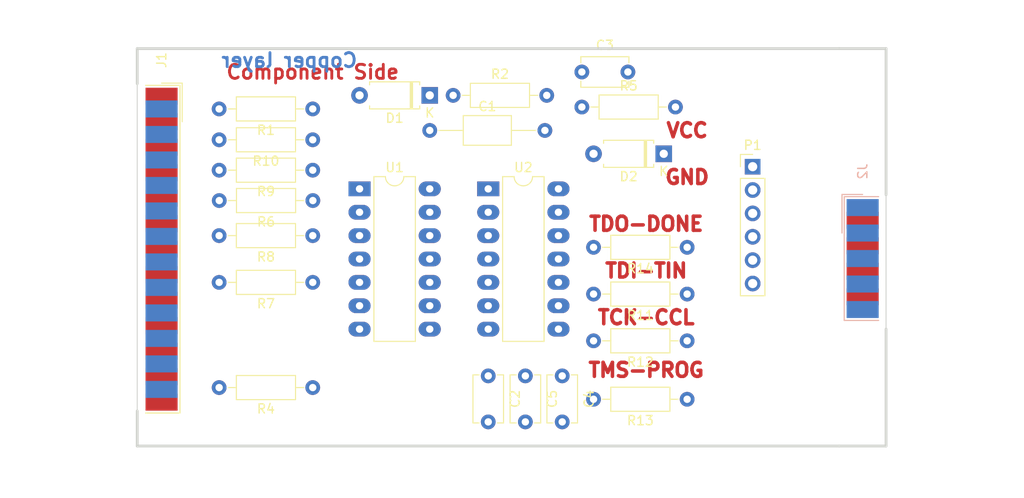
<source format=kicad_pcb>
(kicad_pcb (version 20171130) (host pcbnew 5.1.5-52549c5~84~ubuntu18.04.1)

  (general
    (thickness 1.6002)
    (drawings 19)
    (tracks 0)
    (zones 0)
    (modules 25)
    (nets 43)
  )

  (page A4)
  (title_block
    (rev 1)
    (company "Kicad Demo")
  )

  (layers
    (0 top_copper signal)
    (31 bottom_copper signal)
    (32 B.Adhes user)
    (33 F.Adhes user)
    (34 B.Paste user)
    (35 F.Paste user)
    (36 B.SilkS user)
    (37 F.SilkS user)
    (38 B.Mask user)
    (39 F.Mask user)
    (40 Dwgs.User user)
    (41 Cmts.User user)
    (42 Eco1.User user)
    (43 Eco2.User user)
    (44 Edge.Cuts user)
    (45 Margin user)
    (46 B.CrtYd user)
    (47 F.CrtYd user)
    (48 B.Fab user)
    (49 F.Fab user)
  )

  (setup
    (last_trace_width 0.635)
    (user_trace_width 0.4)
    (user_trace_width 1)
    (trace_clearance 0.254)
    (zone_clearance 0.508)
    (zone_45_only no)
    (trace_min 0.2032)
    (via_size 1.651)
    (via_drill 0.635)
    (via_min_size 0.889)
    (via_min_drill 0.508)
    (uvia_size 0.508)
    (uvia_drill 0.127)
    (uvias_allowed no)
    (uvia_min_size 0.508)
    (uvia_min_drill 0.127)
    (edge_width 0.1)
    (segment_width 0.3)
    (pcb_text_width 0.3048)
    (pcb_text_size 1.5 1.5)
    (mod_edge_width 0.3)
    (mod_text_size 0.3 1.5)
    (mod_text_width 0.3)
    (pad_size 1.778 5.08)
    (pad_drill 0)
    (pad_to_mask_clearance 0.254)
    (aux_axis_origin 0 0)
    (visible_elements 7FFFFFFF)
    (pcbplotparams
      (layerselection 0x00030_80000001)
      (usegerberextensions false)
      (usegerberattributes false)
      (usegerberadvancedattributes false)
      (creategerberjobfile false)
      (excludeedgelayer false)
      (linewidth 0.150000)
      (plotframeref false)
      (viasonmask false)
      (mode 1)
      (useauxorigin false)
      (hpglpennumber 1)
      (hpglpenspeed 20)
      (hpglpendiameter 15.000000)
      (psnegative false)
      (psa4output false)
      (plotreference true)
      (plotvalue true)
      (plotinvisibletext false)
      (padsonsilk false)
      (subtractmaskfromsilk false)
      (outputformat 1)
      (mirror false)
      (drillshape 1)
      (scaleselection 1)
      (outputdirectory ""))
  )

  (net 0 "")
  (net 1 /CLK-D1)
  (net 2 /CTRL-D3)
  (net 3 /DONE-SELECT*)
  (net 4 /PWR_3,3-5V)
  (net 5 /TCK-CCLK)
  (net 6 /TD0-DONE)
  (net 7 /TD0-PROG-D4)
  (net 8 /TDI-DIN)
  (net 9 /TDI-DIN-D0)
  (net 10 /TMS-PROG)
  (net 11 /TMS-PROG-D2)
  (net 12 /VCC_SENSE-ERROR*)
  (net 13 GND)
  (net 14 VCC)
  (net 15 "Net-(C3-Pad1)")
  (net 16 "Net-(R4-Pad1)")
  (net 17 "Net-(U2-Pad6)")
  (net 18 "Net-(U2-Pad8)")
  (net 19 "Net-(U2-Pad11)")
  (net 20 "Net-(R6-Pad1)")
  (net 21 "Net-(R8-Pad1)")
  (net 22 "Net-(R7-Pad1)")
  (net 23 "Net-(C2-Pad1)")
  (net 24 "Net-(C5-Pad1)")
  (net 25 "Net-(R10-Pad1)")
  (net 26 "Net-(C4-Pad1)")
  (net 27 "Net-(R9-Pad1)")
  (net 28 "Net-(D1-Pad2)")
  (net 29 "Net-(J1-Pad11)")
  (net 30 "Net-(J1-Pad10)")
  (net 31 "Net-(J1-Pad9)")
  (net 32 "Net-(J1-Pad7)")
  (net 33 "Net-(J1-Pad1)")
  (net 34 "Net-(J1-Pad24)")
  (net 35 "Net-(J1-Pad23)")
  (net 36 "Net-(J1-Pad22)")
  (net 37 "Net-(J1-Pad21)")
  (net 38 "Net-(J1-Pad19)")
  (net 39 "Net-(J1-Pad18)")
  (net 40 "Net-(J1-Pad17)")
  (net 41 "Net-(J1-Pad16)")
  (net 42 "Net-(J1-Pad14)")

  (net_class Default "Ceci est la Netclass par défaut"
    (clearance 0.254)
    (trace_width 0.635)
    (via_dia 1.651)
    (via_drill 0.635)
    (uvia_dia 0.508)
    (uvia_drill 0.127)
    (add_net /CLK-D1)
    (add_net /CTRL-D3)
    (add_net /DONE-SELECT*)
    (add_net /PWR_3,3-5V)
    (add_net /TCK-CCLK)
    (add_net /TD0-DONE)
    (add_net /TD0-PROG-D4)
    (add_net /TDI-DIN)
    (add_net /TDI-DIN-D0)
    (add_net /TMS-PROG)
    (add_net /TMS-PROG-D2)
    (add_net /VCC_SENSE-ERROR*)
    (add_net GND)
    (add_net "Net-(C2-Pad1)")
    (add_net "Net-(C3-Pad1)")
    (add_net "Net-(C4-Pad1)")
    (add_net "Net-(C5-Pad1)")
    (add_net "Net-(D1-Pad2)")
    (add_net "Net-(J1-Pad1)")
    (add_net "Net-(J1-Pad10)")
    (add_net "Net-(J1-Pad11)")
    (add_net "Net-(J1-Pad14)")
    (add_net "Net-(J1-Pad16)")
    (add_net "Net-(J1-Pad17)")
    (add_net "Net-(J1-Pad18)")
    (add_net "Net-(J1-Pad19)")
    (add_net "Net-(J1-Pad21)")
    (add_net "Net-(J1-Pad22)")
    (add_net "Net-(J1-Pad23)")
    (add_net "Net-(J1-Pad24)")
    (add_net "Net-(J1-Pad7)")
    (add_net "Net-(J1-Pad9)")
    (add_net "Net-(R10-Pad1)")
    (add_net "Net-(R4-Pad1)")
    (add_net "Net-(R6-Pad1)")
    (add_net "Net-(R7-Pad1)")
    (add_net "Net-(R8-Pad1)")
    (add_net "Net-(R9-Pad1)")
    (add_net "Net-(U2-Pad11)")
    (add_net "Net-(U2-Pad6)")
    (add_net "Net-(U2-Pad8)")
    (add_net VCC)
  )

  (module Connector_Dsub:DSUB-25_Male_EdgeMount_P2.77mm (layer top_copper) (tedit 59FEDEE2) (tstamp 5A73AC29)
    (at 105.5116 89.1032 270)
    (descr "25-pin D-Sub connector, solder-cups edge-mounted, male, x-pin-pitch 2.77mm, distance of mounting holes 47.1mm, see https://disti-assets.s3.amazonaws.com/tonar/files/datasheets/16730.pdf")
    (tags "25-pin D-Sub connector edge mount solder cup male x-pin-pitch 2.77mm mounting holes distance 47.1mm")
    (path /3EBF7D04)
    (attr smd)
    (fp_text reference J1 (at -20.543333 0 270) (layer F.SilkS)
      (effects (font (size 1 1) (thickness 0.15)))
    )
    (fp_text value DB25MALE (at 0 16.69 270) (layer F.Fab)
      (effects (font (size 1 1) (thickness 0.15)))
    )
    (fp_line (start -17.22 -0.91) (end -17.22 1.99) (layer F.Fab) (width 0.1))
    (fp_line (start -17.22 1.99) (end -16.02 1.99) (layer F.Fab) (width 0.1))
    (fp_line (start -16.02 1.99) (end -16.02 -0.91) (layer F.Fab) (width 0.1))
    (fp_line (start -16.02 -0.91) (end -17.22 -0.91) (layer F.Fab) (width 0.1))
    (fp_line (start -14.45 -0.91) (end -14.45 1.99) (layer F.Fab) (width 0.1))
    (fp_line (start -14.45 1.99) (end -13.25 1.99) (layer F.Fab) (width 0.1))
    (fp_line (start -13.25 1.99) (end -13.25 -0.91) (layer F.Fab) (width 0.1))
    (fp_line (start -13.25 -0.91) (end -14.45 -0.91) (layer F.Fab) (width 0.1))
    (fp_line (start -11.68 -0.91) (end -11.68 1.99) (layer F.Fab) (width 0.1))
    (fp_line (start -11.68 1.99) (end -10.48 1.99) (layer F.Fab) (width 0.1))
    (fp_line (start -10.48 1.99) (end -10.48 -0.91) (layer F.Fab) (width 0.1))
    (fp_line (start -10.48 -0.91) (end -11.68 -0.91) (layer F.Fab) (width 0.1))
    (fp_line (start -8.91 -0.91) (end -8.91 1.99) (layer F.Fab) (width 0.1))
    (fp_line (start -8.91 1.99) (end -7.71 1.99) (layer F.Fab) (width 0.1))
    (fp_line (start -7.71 1.99) (end -7.71 -0.91) (layer F.Fab) (width 0.1))
    (fp_line (start -7.71 -0.91) (end -8.91 -0.91) (layer F.Fab) (width 0.1))
    (fp_line (start -6.14 -0.91) (end -6.14 1.99) (layer F.Fab) (width 0.1))
    (fp_line (start -6.14 1.99) (end -4.94 1.99) (layer F.Fab) (width 0.1))
    (fp_line (start -4.94 1.99) (end -4.94 -0.91) (layer F.Fab) (width 0.1))
    (fp_line (start -4.94 -0.91) (end -6.14 -0.91) (layer F.Fab) (width 0.1))
    (fp_line (start -3.37 -0.91) (end -3.37 1.99) (layer F.Fab) (width 0.1))
    (fp_line (start -3.37 1.99) (end -2.17 1.99) (layer F.Fab) (width 0.1))
    (fp_line (start -2.17 1.99) (end -2.17 -0.91) (layer F.Fab) (width 0.1))
    (fp_line (start -2.17 -0.91) (end -3.37 -0.91) (layer F.Fab) (width 0.1))
    (fp_line (start -0.6 -0.91) (end -0.6 1.99) (layer F.Fab) (width 0.1))
    (fp_line (start -0.6 1.99) (end 0.6 1.99) (layer F.Fab) (width 0.1))
    (fp_line (start 0.6 1.99) (end 0.6 -0.91) (layer F.Fab) (width 0.1))
    (fp_line (start 0.6 -0.91) (end -0.6 -0.91) (layer F.Fab) (width 0.1))
    (fp_line (start 2.17 -0.91) (end 2.17 1.99) (layer F.Fab) (width 0.1))
    (fp_line (start 2.17 1.99) (end 3.37 1.99) (layer F.Fab) (width 0.1))
    (fp_line (start 3.37 1.99) (end 3.37 -0.91) (layer F.Fab) (width 0.1))
    (fp_line (start 3.37 -0.91) (end 2.17 -0.91) (layer F.Fab) (width 0.1))
    (fp_line (start 4.94 -0.91) (end 4.94 1.99) (layer F.Fab) (width 0.1))
    (fp_line (start 4.94 1.99) (end 6.14 1.99) (layer F.Fab) (width 0.1))
    (fp_line (start 6.14 1.99) (end 6.14 -0.91) (layer F.Fab) (width 0.1))
    (fp_line (start 6.14 -0.91) (end 4.94 -0.91) (layer F.Fab) (width 0.1))
    (fp_line (start 7.71 -0.91) (end 7.71 1.99) (layer F.Fab) (width 0.1))
    (fp_line (start 7.71 1.99) (end 8.91 1.99) (layer F.Fab) (width 0.1))
    (fp_line (start 8.91 1.99) (end 8.91 -0.91) (layer F.Fab) (width 0.1))
    (fp_line (start 8.91 -0.91) (end 7.71 -0.91) (layer F.Fab) (width 0.1))
    (fp_line (start 10.48 -0.91) (end 10.48 1.99) (layer F.Fab) (width 0.1))
    (fp_line (start 10.48 1.99) (end 11.68 1.99) (layer F.Fab) (width 0.1))
    (fp_line (start 11.68 1.99) (end 11.68 -0.91) (layer F.Fab) (width 0.1))
    (fp_line (start 11.68 -0.91) (end 10.48 -0.91) (layer F.Fab) (width 0.1))
    (fp_line (start 13.25 -0.91) (end 13.25 1.99) (layer F.Fab) (width 0.1))
    (fp_line (start 13.25 1.99) (end 14.45 1.99) (layer F.Fab) (width 0.1))
    (fp_line (start 14.45 1.99) (end 14.45 -0.91) (layer F.Fab) (width 0.1))
    (fp_line (start 14.45 -0.91) (end 13.25 -0.91) (layer F.Fab) (width 0.1))
    (fp_line (start 16.02 -0.91) (end 16.02 1.99) (layer F.Fab) (width 0.1))
    (fp_line (start 16.02 1.99) (end 17.22 1.99) (layer F.Fab) (width 0.1))
    (fp_line (start 17.22 1.99) (end 17.22 -0.91) (layer F.Fab) (width 0.1))
    (fp_line (start 17.22 -0.91) (end 16.02 -0.91) (layer F.Fab) (width 0.1))
    (fp_line (start -15.835 -0.91) (end -15.835 1.99) (layer B.Fab) (width 0.1))
    (fp_line (start -15.835 1.99) (end -14.635 1.99) (layer B.Fab) (width 0.1))
    (fp_line (start -14.635 1.99) (end -14.635 -0.91) (layer B.Fab) (width 0.1))
    (fp_line (start -14.635 -0.91) (end -15.835 -0.91) (layer B.Fab) (width 0.1))
    (fp_line (start -13.065 -0.91) (end -13.065 1.99) (layer B.Fab) (width 0.1))
    (fp_line (start -13.065 1.99) (end -11.865 1.99) (layer B.Fab) (width 0.1))
    (fp_line (start -11.865 1.99) (end -11.865 -0.91) (layer B.Fab) (width 0.1))
    (fp_line (start -11.865 -0.91) (end -13.065 -0.91) (layer B.Fab) (width 0.1))
    (fp_line (start -10.295 -0.91) (end -10.295 1.99) (layer B.Fab) (width 0.1))
    (fp_line (start -10.295 1.99) (end -9.095 1.99) (layer B.Fab) (width 0.1))
    (fp_line (start -9.095 1.99) (end -9.095 -0.91) (layer B.Fab) (width 0.1))
    (fp_line (start -9.095 -0.91) (end -10.295 -0.91) (layer B.Fab) (width 0.1))
    (fp_line (start -7.525 -0.91) (end -7.525 1.99) (layer B.Fab) (width 0.1))
    (fp_line (start -7.525 1.99) (end -6.325 1.99) (layer B.Fab) (width 0.1))
    (fp_line (start -6.325 1.99) (end -6.325 -0.91) (layer B.Fab) (width 0.1))
    (fp_line (start -6.325 -0.91) (end -7.525 -0.91) (layer B.Fab) (width 0.1))
    (fp_line (start -4.755 -0.91) (end -4.755 1.99) (layer B.Fab) (width 0.1))
    (fp_line (start -4.755 1.99) (end -3.555 1.99) (layer B.Fab) (width 0.1))
    (fp_line (start -3.555 1.99) (end -3.555 -0.91) (layer B.Fab) (width 0.1))
    (fp_line (start -3.555 -0.91) (end -4.755 -0.91) (layer B.Fab) (width 0.1))
    (fp_line (start -1.985 -0.91) (end -1.985 1.99) (layer B.Fab) (width 0.1))
    (fp_line (start -1.985 1.99) (end -0.785 1.99) (layer B.Fab) (width 0.1))
    (fp_line (start -0.785 1.99) (end -0.785 -0.91) (layer B.Fab) (width 0.1))
    (fp_line (start -0.785 -0.91) (end -1.985 -0.91) (layer B.Fab) (width 0.1))
    (fp_line (start 0.785 -0.91) (end 0.785 1.99) (layer B.Fab) (width 0.1))
    (fp_line (start 0.785 1.99) (end 1.985 1.99) (layer B.Fab) (width 0.1))
    (fp_line (start 1.985 1.99) (end 1.985 -0.91) (layer B.Fab) (width 0.1))
    (fp_line (start 1.985 -0.91) (end 0.785 -0.91) (layer B.Fab) (width 0.1))
    (fp_line (start 3.555 -0.91) (end 3.555 1.99) (layer B.Fab) (width 0.1))
    (fp_line (start 3.555 1.99) (end 4.755 1.99) (layer B.Fab) (width 0.1))
    (fp_line (start 4.755 1.99) (end 4.755 -0.91) (layer B.Fab) (width 0.1))
    (fp_line (start 4.755 -0.91) (end 3.555 -0.91) (layer B.Fab) (width 0.1))
    (fp_line (start 6.325 -0.91) (end 6.325 1.99) (layer B.Fab) (width 0.1))
    (fp_line (start 6.325 1.99) (end 7.525 1.99) (layer B.Fab) (width 0.1))
    (fp_line (start 7.525 1.99) (end 7.525 -0.91) (layer B.Fab) (width 0.1))
    (fp_line (start 7.525 -0.91) (end 6.325 -0.91) (layer B.Fab) (width 0.1))
    (fp_line (start 9.095 -0.91) (end 9.095 1.99) (layer B.Fab) (width 0.1))
    (fp_line (start 9.095 1.99) (end 10.295 1.99) (layer B.Fab) (width 0.1))
    (fp_line (start 10.295 1.99) (end 10.295 -0.91) (layer B.Fab) (width 0.1))
    (fp_line (start 10.295 -0.91) (end 9.095 -0.91) (layer B.Fab) (width 0.1))
    (fp_line (start 11.865 -0.91) (end 11.865 1.99) (layer B.Fab) (width 0.1))
    (fp_line (start 11.865 1.99) (end 13.065 1.99) (layer B.Fab) (width 0.1))
    (fp_line (start 13.065 1.99) (end 13.065 -0.91) (layer B.Fab) (width 0.1))
    (fp_line (start 13.065 -0.91) (end 11.865 -0.91) (layer B.Fab) (width 0.1))
    (fp_line (start 14.635 -0.91) (end 14.635 1.99) (layer B.Fab) (width 0.1))
    (fp_line (start 14.635 1.99) (end 15.835 1.99) (layer B.Fab) (width 0.1))
    (fp_line (start 15.835 1.99) (end 15.835 -0.91) (layer B.Fab) (width 0.1))
    (fp_line (start 15.835 -0.91) (end 14.635 -0.91) (layer B.Fab) (width 0.1))
    (fp_line (start -18.55 1.99) (end -18.55 4.79) (layer F.Fab) (width 0.1))
    (fp_line (start -18.55 4.79) (end 18.55 4.79) (layer F.Fab) (width 0.1))
    (fp_line (start 18.55 4.79) (end 18.55 1.99) (layer F.Fab) (width 0.1))
    (fp_line (start 18.55 1.99) (end -18.55 1.99) (layer F.Fab) (width 0.1))
    (fp_line (start -19.55 4.79) (end -19.55 9.29) (layer F.Fab) (width 0.1))
    (fp_line (start -19.55 9.29) (end 19.55 9.29) (layer F.Fab) (width 0.1))
    (fp_line (start 19.55 9.29) (end 19.55 4.79) (layer F.Fab) (width 0.1))
    (fp_line (start 19.55 4.79) (end -19.55 4.79) (layer F.Fab) (width 0.1))
    (fp_line (start -26.55 9.29) (end -26.55 9.69) (layer F.Fab) (width 0.1))
    (fp_line (start -26.55 9.69) (end 26.55 9.69) (layer F.Fab) (width 0.1))
    (fp_line (start 26.55 9.69) (end 26.55 9.29) (layer F.Fab) (width 0.1))
    (fp_line (start 26.55 9.29) (end -26.55 9.29) (layer F.Fab) (width 0.1))
    (fp_line (start -19.15 9.69) (end -19.15 15.69) (layer F.Fab) (width 0.1))
    (fp_line (start -19.15 15.69) (end 19.15 15.69) (layer F.Fab) (width 0.1))
    (fp_line (start 19.15 15.69) (end 19.15 9.69) (layer F.Fab) (width 0.1))
    (fp_line (start 19.15 9.69) (end -19.15 9.69) (layer F.Fab) (width 0.1))
    (fp_line (start -18.05 -2.25) (end 18.05 -2.25) (layer F.CrtYd) (width 0.05))
    (fp_line (start 18.05 -2.25) (end 18.05 1.5) (layer F.CrtYd) (width 0.05))
    (fp_line (start 18.05 1.5) (end 19.05 1.5) (layer F.CrtYd) (width 0.05))
    (fp_line (start 19.05 1.5) (end 19.05 4.3) (layer F.CrtYd) (width 0.05))
    (fp_line (start 19.05 4.3) (end 20.05 4.3) (layer F.CrtYd) (width 0.05))
    (fp_line (start 20.05 4.3) (end 20.05 8.8) (layer F.CrtYd) (width 0.05))
    (fp_line (start 20.05 8.8) (end 27.05 8.8) (layer F.CrtYd) (width 0.05))
    (fp_line (start 27.05 8.8) (end 27.05 10.2) (layer F.CrtYd) (width 0.05))
    (fp_line (start 27.05 10.2) (end 19.65 10.2) (layer F.CrtYd) (width 0.05))
    (fp_line (start 19.65 10.2) (end 19.65 16.2) (layer F.CrtYd) (width 0.05))
    (fp_line (start 19.65 16.2) (end -19.65 16.2) (layer F.CrtYd) (width 0.05))
    (fp_line (start -19.65 16.2) (end -19.65 10.2) (layer F.CrtYd) (width 0.05))
    (fp_line (start -19.65 10.2) (end -27.05 10.2) (layer F.CrtYd) (width 0.05))
    (fp_line (start -27.05 10.2) (end -27.05 8.8) (layer F.CrtYd) (width 0.05))
    (fp_line (start -27.05 8.8) (end -20.05 8.8) (layer F.CrtYd) (width 0.05))
    (fp_line (start -20.05 8.8) (end -20.05 4.3) (layer F.CrtYd) (width 0.05))
    (fp_line (start -20.05 4.3) (end -19.05 4.3) (layer F.CrtYd) (width 0.05))
    (fp_line (start -19.05 4.3) (end -19.05 1.5) (layer F.CrtYd) (width 0.05))
    (fp_line (start -19.05 1.5) (end -18.05 1.5) (layer F.CrtYd) (width 0.05))
    (fp_line (start -18.05 1.5) (end -18.05 -2.25) (layer F.CrtYd) (width 0.05))
    (fp_line (start 17.803333 1.74) (end 17.803333 -2) (layer F.SilkS) (width 0.12))
    (fp_line (start 17.803333 -2) (end -17.803333 -2) (layer F.SilkS) (width 0.12))
    (fp_line (start -17.803333 -2) (end -17.803333 1.74) (layer F.SilkS) (width 0.12))
    (fp_line (start -18.043333 0) (end -18.043333 -2.24) (layer F.SilkS) (width 0.12))
    (fp_line (start -18.043333 -2.24) (end -13.85 -2.24) (layer F.SilkS) (width 0.12))
    (fp_line (start -26.55 1.99) (end 26.55 1.99) (layer Dwgs.User) (width 0.05))
    (fp_text user %R (at 0 3.39 270) (layer F.Fab)
      (effects (font (size 1 1) (thickness 0.15)))
    )
    (fp_text user "PCB edge" (at -21.55 1.323333 270) (layer Dwgs.User)
      (effects (font (size 0.5 0.5) (thickness 0.075)))
    )
    (pad 1 smd rect (at -16.62 0 270) (size 1.846667 3.48) (layers top_copper F.Paste F.Mask)
      (net 33 "Net-(J1-Pad1)"))
    (pad 2 smd rect (at -13.85 0 270) (size 1.846667 3.48) (layers top_copper F.Paste F.Mask)
      (net 9 /TDI-DIN-D0))
    (pad 3 smd rect (at -11.08 0 270) (size 1.846667 3.48) (layers top_copper F.Paste F.Mask)
      (net 1 /CLK-D1))
    (pad 4 smd rect (at -8.31 0 270) (size 1.846667 3.48) (layers top_copper F.Paste F.Mask)
      (net 11 /TMS-PROG-D2))
    (pad 5 smd rect (at -5.54 0 270) (size 1.846667 3.48) (layers top_copper F.Paste F.Mask)
      (net 2 /CTRL-D3))
    (pad 6 smd rect (at -2.77 0 270) (size 1.846667 3.48) (layers top_copper F.Paste F.Mask)
      (net 7 /TD0-PROG-D4))
    (pad 7 smd rect (at 0 0 270) (size 1.846667 3.48) (layers top_copper F.Paste F.Mask)
      (net 32 "Net-(J1-Pad7)"))
    (pad 8 smd rect (at 2.77 0 270) (size 1.846667 3.48) (layers top_copper F.Paste F.Mask)
      (net 29 "Net-(J1-Pad11)"))
    (pad 9 smd rect (at 5.54 0 270) (size 1.846667 3.48) (layers top_copper F.Paste F.Mask)
      (net 31 "Net-(J1-Pad9)"))
    (pad 10 smd rect (at 8.31 0 270) (size 1.846667 3.48) (layers top_copper F.Paste F.Mask)
      (net 30 "Net-(J1-Pad10)"))
    (pad 11 smd rect (at 11.08 0 270) (size 1.846667 3.48) (layers top_copper F.Paste F.Mask)
      (net 29 "Net-(J1-Pad11)"))
    (pad 12 smd rect (at 13.85 0 270) (size 1.846667 3.48) (layers top_copper F.Paste F.Mask)
      (net 29 "Net-(J1-Pad11)"))
    (pad 13 smd rect (at 16.62 0 270) (size 1.846667 3.48) (layers top_copper F.Paste F.Mask)
      (net 3 /DONE-SELECT*))
    (pad 14 smd rect (at -15.235 0 270) (size 1.846667 3.48) (layers bottom_copper B.Paste B.Mask)
      (net 42 "Net-(J1-Pad14)"))
    (pad 15 smd rect (at -12.465 0 270) (size 1.846667 3.48) (layers bottom_copper B.Paste B.Mask)
      (net 12 /VCC_SENSE-ERROR*))
    (pad 16 smd rect (at -9.695 0 270) (size 1.846667 3.48) (layers bottom_copper B.Paste B.Mask)
      (net 41 "Net-(J1-Pad16)"))
    (pad 17 smd rect (at -6.925 0 270) (size 1.846667 3.48) (layers bottom_copper B.Paste B.Mask)
      (net 40 "Net-(J1-Pad17)"))
    (pad 18 smd rect (at -4.155 0 270) (size 1.846667 3.48) (layers bottom_copper B.Paste B.Mask)
      (net 39 "Net-(J1-Pad18)"))
    (pad 19 smd rect (at -1.385 0 270) (size 1.846667 3.48) (layers bottom_copper B.Paste B.Mask)
      (net 38 "Net-(J1-Pad19)"))
    (pad 20 smd rect (at 1.385 0 270) (size 1.846667 3.48) (layers bottom_copper B.Paste B.Mask)
      (net 13 GND))
    (pad 21 smd rect (at 4.155 0 270) (size 1.846667 3.48) (layers bottom_copper B.Paste B.Mask)
      (net 37 "Net-(J1-Pad21)"))
    (pad 22 smd rect (at 6.925 0 270) (size 1.846667 3.48) (layers bottom_copper B.Paste B.Mask)
      (net 36 "Net-(J1-Pad22)"))
    (pad 23 smd rect (at 9.695 0 270) (size 1.846667 3.48) (layers bottom_copper B.Paste B.Mask)
      (net 35 "Net-(J1-Pad23)"))
    (pad 24 smd rect (at 12.465 0 270) (size 1.846667 3.48) (layers bottom_copper B.Paste B.Mask)
      (net 34 "Net-(J1-Pad24)"))
    (pad 25 smd rect (at 15.235 0 270) (size 1.846667 3.48) (layers bottom_copper B.Paste B.Mask)
      (net 13 GND))
    (model ${KISYS3DMOD}/Connector_Dsub.3dshapes/DSUB-25_Male_EdgeMount_P2.77mm.wrl
      (at (xyz 0 0 0))
      (scale (xyz 1 1 1))
      (rotate (xyz 0 0 0))
    )
  )

  (module Connector_Dsub:DSUB-9_Male_EdgeMount_P2.77mm (layer bottom_copper) (tedit 59FEDEE2) (tstamp 5A73B143)
    (at 181.61 90.1192 270)
    (descr "9-pin D-Sub connector, solder-cups edge-mounted, male, x-pin-pitch 2.77mm, distance of mounting holes 25mm, see https://disti-assets.s3.amazonaws.com/tonar/files/datasheets/16730.pdf")
    (tags "9-pin D-Sub connector edge mount solder cup male x-pin-pitch 2.77mm mounting holes distance 25mm")
    (path /3ECDE5C8)
    (attr smd)
    (fp_text reference J2 (at -9.463333 0 270) (layer B.SilkS)
      (effects (font (size 1 1) (thickness 0.15)) (justify mirror))
    )
    (fp_text value DB9MALE (at 0 -16.69 270) (layer B.Fab)
      (effects (font (size 1 1) (thickness 0.15)) (justify mirror))
    )
    (fp_line (start -6.14 0.91) (end -6.14 -1.99) (layer B.Fab) (width 0.1))
    (fp_line (start -6.14 -1.99) (end -4.94 -1.99) (layer B.Fab) (width 0.1))
    (fp_line (start -4.94 -1.99) (end -4.94 0.91) (layer B.Fab) (width 0.1))
    (fp_line (start -4.94 0.91) (end -6.14 0.91) (layer B.Fab) (width 0.1))
    (fp_line (start -3.37 0.91) (end -3.37 -1.99) (layer B.Fab) (width 0.1))
    (fp_line (start -3.37 -1.99) (end -2.17 -1.99) (layer B.Fab) (width 0.1))
    (fp_line (start -2.17 -1.99) (end -2.17 0.91) (layer B.Fab) (width 0.1))
    (fp_line (start -2.17 0.91) (end -3.37 0.91) (layer B.Fab) (width 0.1))
    (fp_line (start -0.6 0.91) (end -0.6 -1.99) (layer B.Fab) (width 0.1))
    (fp_line (start -0.6 -1.99) (end 0.6 -1.99) (layer B.Fab) (width 0.1))
    (fp_line (start 0.6 -1.99) (end 0.6 0.91) (layer B.Fab) (width 0.1))
    (fp_line (start 0.6 0.91) (end -0.6 0.91) (layer B.Fab) (width 0.1))
    (fp_line (start 2.17 0.91) (end 2.17 -1.99) (layer B.Fab) (width 0.1))
    (fp_line (start 2.17 -1.99) (end 3.37 -1.99) (layer B.Fab) (width 0.1))
    (fp_line (start 3.37 -1.99) (end 3.37 0.91) (layer B.Fab) (width 0.1))
    (fp_line (start 3.37 0.91) (end 2.17 0.91) (layer B.Fab) (width 0.1))
    (fp_line (start 4.94 0.91) (end 4.94 -1.99) (layer B.Fab) (width 0.1))
    (fp_line (start 4.94 -1.99) (end 6.14 -1.99) (layer B.Fab) (width 0.1))
    (fp_line (start 6.14 -1.99) (end 6.14 0.91) (layer B.Fab) (width 0.1))
    (fp_line (start 6.14 0.91) (end 4.94 0.91) (layer B.Fab) (width 0.1))
    (fp_line (start -4.755 0.91) (end -4.755 -1.99) (layer F.Fab) (width 0.1))
    (fp_line (start -4.755 -1.99) (end -3.555 -1.99) (layer F.Fab) (width 0.1))
    (fp_line (start -3.555 -1.99) (end -3.555 0.91) (layer F.Fab) (width 0.1))
    (fp_line (start -3.555 0.91) (end -4.755 0.91) (layer F.Fab) (width 0.1))
    (fp_line (start -1.985 0.91) (end -1.985 -1.99) (layer F.Fab) (width 0.1))
    (fp_line (start -1.985 -1.99) (end -0.785 -1.99) (layer F.Fab) (width 0.1))
    (fp_line (start -0.785 -1.99) (end -0.785 0.91) (layer F.Fab) (width 0.1))
    (fp_line (start -0.785 0.91) (end -1.985 0.91) (layer F.Fab) (width 0.1))
    (fp_line (start 0.785 0.91) (end 0.785 -1.99) (layer F.Fab) (width 0.1))
    (fp_line (start 0.785 -1.99) (end 1.985 -1.99) (layer F.Fab) (width 0.1))
    (fp_line (start 1.985 -1.99) (end 1.985 0.91) (layer F.Fab) (width 0.1))
    (fp_line (start 1.985 0.91) (end 0.785 0.91) (layer F.Fab) (width 0.1))
    (fp_line (start 3.555 0.91) (end 3.555 -1.99) (layer F.Fab) (width 0.1))
    (fp_line (start 3.555 -1.99) (end 4.755 -1.99) (layer F.Fab) (width 0.1))
    (fp_line (start 4.755 -1.99) (end 4.755 0.91) (layer F.Fab) (width 0.1))
    (fp_line (start 4.755 0.91) (end 3.555 0.91) (layer F.Fab) (width 0.1))
    (fp_line (start -7.55 -1.99) (end -7.55 -4.79) (layer B.Fab) (width 0.1))
    (fp_line (start -7.55 -4.79) (end 7.55 -4.79) (layer B.Fab) (width 0.1))
    (fp_line (start 7.55 -4.79) (end 7.55 -1.99) (layer B.Fab) (width 0.1))
    (fp_line (start 7.55 -1.99) (end -7.55 -1.99) (layer B.Fab) (width 0.1))
    (fp_line (start -8.55 -4.79) (end -8.55 -9.29) (layer B.Fab) (width 0.1))
    (fp_line (start -8.55 -9.29) (end 8.55 -9.29) (layer B.Fab) (width 0.1))
    (fp_line (start 8.55 -9.29) (end 8.55 -4.79) (layer B.Fab) (width 0.1))
    (fp_line (start 8.55 -4.79) (end -8.55 -4.79) (layer B.Fab) (width 0.1))
    (fp_line (start -15.425 -9.29) (end -15.425 -9.69) (layer B.Fab) (width 0.1))
    (fp_line (start -15.425 -9.69) (end 15.425 -9.69) (layer B.Fab) (width 0.1))
    (fp_line (start 15.425 -9.69) (end 15.425 -9.29) (layer B.Fab) (width 0.1))
    (fp_line (start 15.425 -9.29) (end -15.425 -9.29) (layer B.Fab) (width 0.1))
    (fp_line (start -8.15 -9.69) (end -8.15 -15.69) (layer B.Fab) (width 0.1))
    (fp_line (start -8.15 -15.69) (end 8.15 -15.69) (layer B.Fab) (width 0.1))
    (fp_line (start 8.15 -15.69) (end 8.15 -9.69) (layer B.Fab) (width 0.1))
    (fp_line (start 8.15 -9.69) (end -8.15 -9.69) (layer B.Fab) (width 0.1))
    (fp_line (start -7 2.25) (end 7 2.25) (layer B.CrtYd) (width 0.05))
    (fp_line (start 7 2.25) (end 7 -1.5) (layer B.CrtYd) (width 0.05))
    (fp_line (start 7 -1.5) (end 8.05 -1.5) (layer B.CrtYd) (width 0.05))
    (fp_line (start 8.05 -1.5) (end 8.05 -4.3) (layer B.CrtYd) (width 0.05))
    (fp_line (start 8.05 -4.3) (end 9.05 -4.3) (layer B.CrtYd) (width 0.05))
    (fp_line (start 9.05 -4.3) (end 9.05 -8.8) (layer B.CrtYd) (width 0.05))
    (fp_line (start 9.05 -8.8) (end 15.95 -8.8) (layer B.CrtYd) (width 0.05))
    (fp_line (start 15.95 -8.8) (end 15.95 -10.2) (layer B.CrtYd) (width 0.05))
    (fp_line (start 15.95 -10.2) (end 8.65 -10.2) (layer B.CrtYd) (width 0.05))
    (fp_line (start 8.65 -10.2) (end 8.65 -16.2) (layer B.CrtYd) (width 0.05))
    (fp_line (start 8.65 -16.2) (end -8.65 -16.2) (layer B.CrtYd) (width 0.05))
    (fp_line (start -8.65 -16.2) (end -8.65 -10.2) (layer B.CrtYd) (width 0.05))
    (fp_line (start -8.65 -10.2) (end -15.95 -10.2) (layer B.CrtYd) (width 0.05))
    (fp_line (start -15.95 -10.2) (end -15.95 -8.8) (layer B.CrtYd) (width 0.05))
    (fp_line (start -15.95 -8.8) (end -9.05 -8.8) (layer B.CrtYd) (width 0.05))
    (fp_line (start -9.05 -8.8) (end -9.05 -4.3) (layer B.CrtYd) (width 0.05))
    (fp_line (start -9.05 -4.3) (end -8.05 -4.3) (layer B.CrtYd) (width 0.05))
    (fp_line (start -8.05 -4.3) (end -8.05 -1.5) (layer B.CrtYd) (width 0.05))
    (fp_line (start -8.05 -1.5) (end -7 -1.5) (layer B.CrtYd) (width 0.05))
    (fp_line (start -7 -1.5) (end -7 2.25) (layer B.CrtYd) (width 0.05))
    (fp_line (start 6.723333 -1.74) (end 6.723333 2) (layer B.SilkS) (width 0.12))
    (fp_line (start 6.723333 2) (end -6.723333 2) (layer B.SilkS) (width 0.12))
    (fp_line (start -6.723333 2) (end -6.723333 -1.74) (layer B.SilkS) (width 0.12))
    (fp_line (start -6.963333 0) (end -6.963333 2.24) (layer B.SilkS) (width 0.12))
    (fp_line (start -6.963333 2.24) (end -2.77 2.24) (layer B.SilkS) (width 0.12))
    (fp_line (start -15.425 -1.99) (end 15.425 -1.99) (layer Dwgs.User) (width 0.05))
    (fp_text user %R (at 0 -3.39 270) (layer B.Fab)
      (effects (font (size 1 1) (thickness 0.15)) (justify mirror))
    )
    (fp_text user "PCB edge" (at -10.425 -1.323333 270) (layer Dwgs.User)
      (effects (font (size 0.5 0.5) (thickness 0.075)))
    )
    (pad 1 smd rect (at -5.54 0 270) (size 1.846667 3.48) (layers bottom_copper B.Paste B.Mask)
      (net 4 /PWR_3,3-5V))
    (pad 2 smd rect (at -2.77 0 270) (size 1.846667 3.48) (layers bottom_copper B.Paste B.Mask)
      (net 6 /TD0-DONE))
    (pad 3 smd rect (at 0 0 270) (size 1.846667 3.48) (layers bottom_copper B.Paste B.Mask)
      (net 8 /TDI-DIN))
    (pad 4 smd rect (at 2.77 0 270) (size 1.846667 3.48) (layers bottom_copper B.Paste B.Mask)
      (net 5 /TCK-CCLK))
    (pad 5 smd rect (at 5.54 0 270) (size 1.846667 3.48) (layers bottom_copper B.Paste B.Mask)
      (net 10 /TMS-PROG))
    (pad 6 smd rect (at -4.155 0 270) (size 1.846667 3.48) (layers top_copper F.Paste F.Mask)
      (net 13 GND))
    (pad 7 smd rect (at -1.385 0 270) (size 1.846667 3.48) (layers top_copper F.Paste F.Mask)
      (net 13 GND))
    (pad 8 smd rect (at 1.385 0 270) (size 1.846667 3.48) (layers top_copper F.Paste F.Mask)
      (net 13 GND))
    (pad 9 smd rect (at 4.155 0 270) (size 1.846667 3.48) (layers top_copper F.Paste F.Mask)
      (net 13 GND))
    (model ${KISYS3DMOD}/Connector_Dsub.3dshapes/DSUB-9_Male_EdgeMount_P2.77mm.wrl
      (at (xyz 0 0 0))
      (scale (xyz 1 1 1))
      (rotate (xyz 0 0 0))
    )
  )

  (module Connector_PinHeader_2.54mm:PinHeader_1x06_P2.54mm_Vertical (layer top_copper) (tedit 59FED5CC) (tstamp 5A583D55)
    (at 169.672 80.137)
    (descr "Through hole straight pin header, 1x06, 2.54mm pitch, single row")
    (tags "Through hole pin header THT 1x06 2.54mm single row")
    (path /3EBF830C)
    (fp_text reference P1 (at 0 -2.33) (layer F.SilkS)
      (effects (font (size 1 1) (thickness 0.15)))
    )
    (fp_text value CONN_6 (at 0 15.03) (layer F.Fab)
      (effects (font (size 1 1) (thickness 0.15)))
    )
    (fp_line (start -0.635 -1.27) (end 1.27 -1.27) (layer F.Fab) (width 0.1))
    (fp_line (start 1.27 -1.27) (end 1.27 13.97) (layer F.Fab) (width 0.1))
    (fp_line (start 1.27 13.97) (end -1.27 13.97) (layer F.Fab) (width 0.1))
    (fp_line (start -1.27 13.97) (end -1.27 -0.635) (layer F.Fab) (width 0.1))
    (fp_line (start -1.27 -0.635) (end -0.635 -1.27) (layer F.Fab) (width 0.1))
    (fp_line (start -1.33 14.03) (end 1.33 14.03) (layer F.SilkS) (width 0.12))
    (fp_line (start -1.33 1.27) (end -1.33 14.03) (layer F.SilkS) (width 0.12))
    (fp_line (start 1.33 1.27) (end 1.33 14.03) (layer F.SilkS) (width 0.12))
    (fp_line (start -1.33 1.27) (end 1.33 1.27) (layer F.SilkS) (width 0.12))
    (fp_line (start -1.33 0) (end -1.33 -1.33) (layer F.SilkS) (width 0.12))
    (fp_line (start -1.33 -1.33) (end 0 -1.33) (layer F.SilkS) (width 0.12))
    (fp_line (start -1.8 -1.8) (end -1.8 14.5) (layer F.CrtYd) (width 0.05))
    (fp_line (start -1.8 14.5) (end 1.8 14.5) (layer F.CrtYd) (width 0.05))
    (fp_line (start 1.8 14.5) (end 1.8 -1.8) (layer F.CrtYd) (width 0.05))
    (fp_line (start 1.8 -1.8) (end -1.8 -1.8) (layer F.CrtYd) (width 0.05))
    (fp_text user %R (at 0 6.35 90) (layer F.Fab)
      (effects (font (size 1 1) (thickness 0.15)))
    )
    (pad 1 thru_hole rect (at 0 0) (size 1.7 1.7) (drill 1) (layers *.Cu *.Mask)
      (net 4 /PWR_3,3-5V))
    (pad 2 thru_hole oval (at 0 2.54) (size 1.7 1.7) (drill 1) (layers *.Cu *.Mask)
      (net 13 GND))
    (pad 3 thru_hole oval (at 0 5.08) (size 1.7 1.7) (drill 1) (layers *.Cu *.Mask)
      (net 6 /TD0-DONE))
    (pad 4 thru_hole oval (at 0 7.62) (size 1.7 1.7) (drill 1) (layers *.Cu *.Mask)
      (net 8 /TDI-DIN))
    (pad 5 thru_hole oval (at 0 10.16) (size 1.7 1.7) (drill 1) (layers *.Cu *.Mask)
      (net 5 /TCK-CCLK))
    (pad 6 thru_hole oval (at 0 12.7) (size 1.7 1.7) (drill 1) (layers *.Cu *.Mask)
      (net 10 /TMS-PROG))
    (model ${KISYS3DMOD}/Connector_PinHeader_2.54mm.3dshapes/PinHeader_1x06_P2.54mm_Vertical.wrl
      (at (xyz 0 0 0))
      (scale (xyz 1 1 1))
      (rotate (xyz 0 0 0))
    )
  )

  (module Capacitor_THT:C_Disc_D5.1mm_W3.2mm_P5.00mm (layer top_copper) (tedit 5A142A3B) (tstamp 5A59B9B3)
    (at 140.97 102.87 270)
    (descr "C, Disc series, Radial, pin pitch=5.00mm, diameter*width=5.1*3.2mm^2, Capacitor, http://www.vishay.com/docs/45233/krseries.pdf")
    (tags "C Disc series Radial pin pitch 5.00mm  diameter 5.1mm width 3.2mm Capacitor")
    (path /4D528085)
    (fp_text reference C2 (at 2.5 -2.91 270) (layer F.SilkS)
      (effects (font (size 1 1) (thickness 0.15)))
    )
    (fp_text value 100pF (at 2.5 2.91 270) (layer F.Fab)
      (effects (font (size 1 1) (thickness 0.15)))
    )
    (fp_text user %R (at 2.5 0 270) (layer F.Fab)
      (effects (font (size 1 1) (thickness 0.15)))
    )
    (fp_line (start 6.05 -1.95) (end -1.05 -1.95) (layer F.CrtYd) (width 0.05))
    (fp_line (start 6.05 1.95) (end 6.05 -1.95) (layer F.CrtYd) (width 0.05))
    (fp_line (start -1.05 1.95) (end 6.05 1.95) (layer F.CrtYd) (width 0.05))
    (fp_line (start -1.05 -1.95) (end -1.05 1.95) (layer F.CrtYd) (width 0.05))
    (fp_line (start 5.11 0.996) (end 5.11 1.66) (layer F.SilkS) (width 0.12))
    (fp_line (start 5.11 -1.66) (end 5.11 -0.996) (layer F.SilkS) (width 0.12))
    (fp_line (start -0.11 0.996) (end -0.11 1.66) (layer F.SilkS) (width 0.12))
    (fp_line (start -0.11 -1.66) (end -0.11 -0.996) (layer F.SilkS) (width 0.12))
    (fp_line (start -0.11 1.66) (end 5.11 1.66) (layer F.SilkS) (width 0.12))
    (fp_line (start -0.11 -1.66) (end 5.11 -1.66) (layer F.SilkS) (width 0.12))
    (fp_line (start 5.05 -1.6) (end -0.05 -1.6) (layer F.Fab) (width 0.1))
    (fp_line (start 5.05 1.6) (end 5.05 -1.6) (layer F.Fab) (width 0.1))
    (fp_line (start -0.05 1.6) (end 5.05 1.6) (layer F.Fab) (width 0.1))
    (fp_line (start -0.05 -1.6) (end -0.05 1.6) (layer F.Fab) (width 0.1))
    (pad 2 thru_hole circle (at 5 0 270) (size 1.6 1.6) (drill 0.8) (layers *.Cu *.Mask)
      (net 13 GND))
    (pad 1 thru_hole circle (at 0 0 270) (size 1.6 1.6) (drill 0.8) (layers *.Cu *.Mask)
      (net 23 "Net-(C2-Pad1)"))
    (model ${KISYS3DMOD}/Capacitor_THT.3dshapes/C_Disc_D5.1mm_W3.2mm_P5.00mm.wrl
      (at (xyz 0 0 0))
      (scale (xyz 1 1 1))
      (rotate (xyz 0 0 0))
    )
  )

  (module Capacitor_THT:C_Disc_D5.1mm_W3.2mm_P5.00mm (layer top_copper) (tedit 5A142A3B) (tstamp 5A59B99F)
    (at 151.13 69.85)
    (descr "C, Disc series, Radial, pin pitch=5.00mm, diameter*width=5.1*3.2mm^2, Capacitor, http://www.vishay.com/docs/45233/krseries.pdf")
    (tags "C Disc series Radial pin pitch 5.00mm  diameter 5.1mm width 3.2mm Capacitor")
    (path /4D528084)
    (fp_text reference C3 (at 2.5 -2.91) (layer F.SilkS)
      (effects (font (size 1 1) (thickness 0.15)))
    )
    (fp_text value 100pF (at 2.5 2.91) (layer F.Fab)
      (effects (font (size 1 1) (thickness 0.15)))
    )
    (fp_line (start -0.05 -1.6) (end -0.05 1.6) (layer F.Fab) (width 0.1))
    (fp_line (start -0.05 1.6) (end 5.05 1.6) (layer F.Fab) (width 0.1))
    (fp_line (start 5.05 1.6) (end 5.05 -1.6) (layer F.Fab) (width 0.1))
    (fp_line (start 5.05 -1.6) (end -0.05 -1.6) (layer F.Fab) (width 0.1))
    (fp_line (start -0.11 -1.66) (end 5.11 -1.66) (layer F.SilkS) (width 0.12))
    (fp_line (start -0.11 1.66) (end 5.11 1.66) (layer F.SilkS) (width 0.12))
    (fp_line (start -0.11 -1.66) (end -0.11 -0.996) (layer F.SilkS) (width 0.12))
    (fp_line (start -0.11 0.996) (end -0.11 1.66) (layer F.SilkS) (width 0.12))
    (fp_line (start 5.11 -1.66) (end 5.11 -0.996) (layer F.SilkS) (width 0.12))
    (fp_line (start 5.11 0.996) (end 5.11 1.66) (layer F.SilkS) (width 0.12))
    (fp_line (start -1.05 -1.95) (end -1.05 1.95) (layer F.CrtYd) (width 0.05))
    (fp_line (start -1.05 1.95) (end 6.05 1.95) (layer F.CrtYd) (width 0.05))
    (fp_line (start 6.05 1.95) (end 6.05 -1.95) (layer F.CrtYd) (width 0.05))
    (fp_line (start 6.05 -1.95) (end -1.05 -1.95) (layer F.CrtYd) (width 0.05))
    (fp_text user %R (at 2.5 0) (layer F.Fab)
      (effects (font (size 1 1) (thickness 0.15)))
    )
    (pad 1 thru_hole circle (at 0 0) (size 1.6 1.6) (drill 0.8) (layers *.Cu *.Mask)
      (net 15 "Net-(C3-Pad1)"))
    (pad 2 thru_hole circle (at 5 0) (size 1.6 1.6) (drill 0.8) (layers *.Cu *.Mask)
      (net 13 GND))
    (model ${KISYS3DMOD}/Capacitor_THT.3dshapes/C_Disc_D5.1mm_W3.2mm_P5.00mm.wrl
      (at (xyz 0 0 0))
      (scale (xyz 1 1 1))
      (rotate (xyz 0 0 0))
    )
  )

  (module Capacitor_THT:C_Disc_D5.1mm_W3.2mm_P5.00mm (layer top_copper) (tedit 5A142A3B) (tstamp 5A59B98B)
    (at 149 102.87 270)
    (descr "C, Disc series, Radial, pin pitch=5.00mm, diameter*width=5.1*3.2mm^2, Capacitor, http://www.vishay.com/docs/45233/krseries.pdf")
    (tags "C Disc series Radial pin pitch 5.00mm  diameter 5.1mm width 3.2mm Capacitor")
    (path /3EBF81A7)
    (fp_text reference C4 (at 2.5 -2.91 270) (layer F.SilkS)
      (effects (font (size 1 1) (thickness 0.15)))
    )
    (fp_text value 100pF (at 2.5 2.91 270) (layer F.Fab)
      (effects (font (size 1 1) (thickness 0.15)))
    )
    (fp_text user %R (at 2.5 0 270) (layer F.Fab)
      (effects (font (size 1 1) (thickness 0.15)))
    )
    (fp_line (start 6.05 -1.95) (end -1.05 -1.95) (layer F.CrtYd) (width 0.05))
    (fp_line (start 6.05 1.95) (end 6.05 -1.95) (layer F.CrtYd) (width 0.05))
    (fp_line (start -1.05 1.95) (end 6.05 1.95) (layer F.CrtYd) (width 0.05))
    (fp_line (start -1.05 -1.95) (end -1.05 1.95) (layer F.CrtYd) (width 0.05))
    (fp_line (start 5.11 0.996) (end 5.11 1.66) (layer F.SilkS) (width 0.12))
    (fp_line (start 5.11 -1.66) (end 5.11 -0.996) (layer F.SilkS) (width 0.12))
    (fp_line (start -0.11 0.996) (end -0.11 1.66) (layer F.SilkS) (width 0.12))
    (fp_line (start -0.11 -1.66) (end -0.11 -0.996) (layer F.SilkS) (width 0.12))
    (fp_line (start -0.11 1.66) (end 5.11 1.66) (layer F.SilkS) (width 0.12))
    (fp_line (start -0.11 -1.66) (end 5.11 -1.66) (layer F.SilkS) (width 0.12))
    (fp_line (start 5.05 -1.6) (end -0.05 -1.6) (layer F.Fab) (width 0.1))
    (fp_line (start 5.05 1.6) (end 5.05 -1.6) (layer F.Fab) (width 0.1))
    (fp_line (start -0.05 1.6) (end 5.05 1.6) (layer F.Fab) (width 0.1))
    (fp_line (start -0.05 -1.6) (end -0.05 1.6) (layer F.Fab) (width 0.1))
    (pad 2 thru_hole circle (at 5 0 270) (size 1.6 1.6) (drill 0.8) (layers *.Cu *.Mask)
      (net 13 GND))
    (pad 1 thru_hole circle (at 0 0 270) (size 1.6 1.6) (drill 0.8) (layers *.Cu *.Mask)
      (net 26 "Net-(C4-Pad1)"))
    (model ${KISYS3DMOD}/Capacitor_THT.3dshapes/C_Disc_D5.1mm_W3.2mm_P5.00mm.wrl
      (at (xyz 0 0 0))
      (scale (xyz 1 1 1))
      (rotate (xyz 0 0 0))
    )
  )

  (module Capacitor_THT:C_Disc_D5.1mm_W3.2mm_P5.00mm (layer top_copper) (tedit 5A142A3B) (tstamp 5A59B977)
    (at 145 102.87 270)
    (descr "C, Disc series, Radial, pin pitch=5.00mm, diameter*width=5.1*3.2mm^2, Capacitor, http://www.vishay.com/docs/45233/krseries.pdf")
    (tags "C Disc series Radial pin pitch 5.00mm  diameter 5.1mm width 3.2mm Capacitor")
    (path /4D528086)
    (fp_text reference C5 (at 2.5 -2.91 270) (layer F.SilkS)
      (effects (font (size 1 1) (thickness 0.15)))
    )
    (fp_text value 100pF (at 2.5 2.91 270) (layer F.Fab)
      (effects (font (size 1 1) (thickness 0.15)))
    )
    (fp_line (start -0.05 -1.6) (end -0.05 1.6) (layer F.Fab) (width 0.1))
    (fp_line (start -0.05 1.6) (end 5.05 1.6) (layer F.Fab) (width 0.1))
    (fp_line (start 5.05 1.6) (end 5.05 -1.6) (layer F.Fab) (width 0.1))
    (fp_line (start 5.05 -1.6) (end -0.05 -1.6) (layer F.Fab) (width 0.1))
    (fp_line (start -0.11 -1.66) (end 5.11 -1.66) (layer F.SilkS) (width 0.12))
    (fp_line (start -0.11 1.66) (end 5.11 1.66) (layer F.SilkS) (width 0.12))
    (fp_line (start -0.11 -1.66) (end -0.11 -0.996) (layer F.SilkS) (width 0.12))
    (fp_line (start -0.11 0.996) (end -0.11 1.66) (layer F.SilkS) (width 0.12))
    (fp_line (start 5.11 -1.66) (end 5.11 -0.996) (layer F.SilkS) (width 0.12))
    (fp_line (start 5.11 0.996) (end 5.11 1.66) (layer F.SilkS) (width 0.12))
    (fp_line (start -1.05 -1.95) (end -1.05 1.95) (layer F.CrtYd) (width 0.05))
    (fp_line (start -1.05 1.95) (end 6.05 1.95) (layer F.CrtYd) (width 0.05))
    (fp_line (start 6.05 1.95) (end 6.05 -1.95) (layer F.CrtYd) (width 0.05))
    (fp_line (start 6.05 -1.95) (end -1.05 -1.95) (layer F.CrtYd) (width 0.05))
    (fp_text user %R (at 2.5 0 270) (layer F.Fab)
      (effects (font (size 1 1) (thickness 0.15)))
    )
    (pad 1 thru_hole circle (at 0 0 270) (size 1.6 1.6) (drill 0.8) (layers *.Cu *.Mask)
      (net 24 "Net-(C5-Pad1)"))
    (pad 2 thru_hole circle (at 5 0 270) (size 1.6 1.6) (drill 0.8) (layers *.Cu *.Mask)
      (net 13 GND))
    (model ${KISYS3DMOD}/Capacitor_THT.3dshapes/C_Disc_D5.1mm_W3.2mm_P5.00mm.wrl
      (at (xyz 0 0 0))
      (scale (xyz 1 1 1))
      (rotate (xyz 0 0 0))
    )
  )

  (module Package_DIP:DIP-14_W7.62mm_LongPads (layer top_copper) (tedit 5A02E8C5) (tstamp 5A58F5AD)
    (at 127 82.55)
    (descr "14-lead though-hole mounted DIP package, row spacing 7.62 mm (300 mils), LongPads")
    (tags "THT DIP DIL PDIP 2.54mm 7.62mm 300mil LongPads")
    (path /3EBF7DBD)
    (fp_text reference U1 (at 3.81 -2.33) (layer F.SilkS)
      (effects (font (size 1 1) (thickness 0.15)))
    )
    (fp_text value 74LS125 (at 3.81 17.57) (layer F.Fab)
      (effects (font (size 1 1) (thickness 0.15)))
    )
    (fp_text user %R (at 3.81 7.62) (layer F.Fab)
      (effects (font (size 1 1) (thickness 0.15)))
    )
    (fp_line (start 9.1 -1.55) (end -1.45 -1.55) (layer F.CrtYd) (width 0.05))
    (fp_line (start 9.1 16.8) (end 9.1 -1.55) (layer F.CrtYd) (width 0.05))
    (fp_line (start -1.45 16.8) (end 9.1 16.8) (layer F.CrtYd) (width 0.05))
    (fp_line (start -1.45 -1.55) (end -1.45 16.8) (layer F.CrtYd) (width 0.05))
    (fp_line (start 6.06 -1.33) (end 4.81 -1.33) (layer F.SilkS) (width 0.12))
    (fp_line (start 6.06 16.57) (end 6.06 -1.33) (layer F.SilkS) (width 0.12))
    (fp_line (start 1.56 16.57) (end 6.06 16.57) (layer F.SilkS) (width 0.12))
    (fp_line (start 1.56 -1.33) (end 1.56 16.57) (layer F.SilkS) (width 0.12))
    (fp_line (start 2.81 -1.33) (end 1.56 -1.33) (layer F.SilkS) (width 0.12))
    (fp_line (start 0.635 -0.27) (end 1.635 -1.27) (layer F.Fab) (width 0.1))
    (fp_line (start 0.635 16.51) (end 0.635 -0.27) (layer F.Fab) (width 0.1))
    (fp_line (start 6.985 16.51) (end 0.635 16.51) (layer F.Fab) (width 0.1))
    (fp_line (start 6.985 -1.27) (end 6.985 16.51) (layer F.Fab) (width 0.1))
    (fp_line (start 1.635 -1.27) (end 6.985 -1.27) (layer F.Fab) (width 0.1))
    (fp_arc (start 3.81 -1.33) (end 2.81 -1.33) (angle -180) (layer F.SilkS) (width 0.12))
    (pad 14 thru_hole oval (at 7.62 0) (size 2.4 1.6) (drill 0.8) (layers *.Cu *.Mask)
      (net 14 VCC))
    (pad 7 thru_hole oval (at 0 15.24) (size 2.4 1.6) (drill 0.8) (layers *.Cu *.Mask)
      (net 13 GND))
    (pad 13 thru_hole oval (at 7.62 2.54) (size 2.4 1.6) (drill 0.8) (layers *.Cu *.Mask)
      (net 21 "Net-(R8-Pad1)"))
    (pad 6 thru_hole oval (at 0 12.7) (size 2.4 1.6) (drill 0.8) (layers *.Cu *.Mask)
      (net 23 "Net-(C2-Pad1)"))
    (pad 12 thru_hole oval (at 7.62 5.08) (size 2.4 1.6) (drill 0.8) (layers *.Cu *.Mask)
      (net 27 "Net-(R9-Pad1)"))
    (pad 5 thru_hole oval (at 0 10.16) (size 2.4 1.6) (drill 0.8) (layers *.Cu *.Mask)
      (net 22 "Net-(R7-Pad1)"))
    (pad 11 thru_hole oval (at 7.62 7.62) (size 2.4 1.6) (drill 0.8) (layers *.Cu *.Mask)
      (net 26 "Net-(C4-Pad1)"))
    (pad 4 thru_hole oval (at 0 7.62) (size 2.4 1.6) (drill 0.8) (layers *.Cu *.Mask)
      (net 21 "Net-(R8-Pad1)"))
    (pad 10 thru_hole oval (at 7.62 10.16) (size 2.4 1.6) (drill 0.8) (layers *.Cu *.Mask)
      (net 21 "Net-(R8-Pad1)"))
    (pad 3 thru_hole oval (at 0 5.08) (size 2.4 1.6) (drill 0.8) (layers *.Cu *.Mask)
      (net 15 "Net-(C3-Pad1)"))
    (pad 9 thru_hole oval (at 7.62 12.7) (size 2.4 1.6) (drill 0.8) (layers *.Cu *.Mask)
      (net 25 "Net-(R10-Pad1)"))
    (pad 2 thru_hole oval (at 0 2.54) (size 2.4 1.6) (drill 0.8) (layers *.Cu *.Mask)
      (net 13 GND))
    (pad 8 thru_hole oval (at 7.62 15.24) (size 2.4 1.6) (drill 0.8) (layers *.Cu *.Mask)
      (net 24 "Net-(C5-Pad1)"))
    (pad 1 thru_hole rect (at 0 0) (size 2.4 1.6) (drill 0.8) (layers *.Cu *.Mask)
      (net 20 "Net-(R6-Pad1)"))
    (model ${KISYS3DMOD}/Package_DIP.3dshapes/DIP-14_W7.62mm.wrl
      (at (xyz 0 0 0))
      (scale (xyz 1 1 1))
      (rotate (xyz 0 0 0))
    )
  )

  (module Package_DIP:DIP-14_W7.62mm_LongPads (layer top_copper) (tedit 5A02E8C5) (tstamp 5A58F58C)
    (at 140.97 82.55)
    (descr "14-lead though-hole mounted DIP package, row spacing 7.62 mm (300 mils), LongPads")
    (tags "THT DIP DIL PDIP 2.54mm 7.62mm 300mil LongPads")
    (path /3EBF7EEC)
    (fp_text reference U2 (at 3.81 -2.33) (layer F.SilkS)
      (effects (font (size 1 1) (thickness 0.15)))
    )
    (fp_text value 74LS125 (at 3.81 17.57) (layer F.Fab)
      (effects (font (size 1 1) (thickness 0.15)))
    )
    (fp_arc (start 3.81 -1.33) (end 2.81 -1.33) (angle -180) (layer F.SilkS) (width 0.12))
    (fp_line (start 1.635 -1.27) (end 6.985 -1.27) (layer F.Fab) (width 0.1))
    (fp_line (start 6.985 -1.27) (end 6.985 16.51) (layer F.Fab) (width 0.1))
    (fp_line (start 6.985 16.51) (end 0.635 16.51) (layer F.Fab) (width 0.1))
    (fp_line (start 0.635 16.51) (end 0.635 -0.27) (layer F.Fab) (width 0.1))
    (fp_line (start 0.635 -0.27) (end 1.635 -1.27) (layer F.Fab) (width 0.1))
    (fp_line (start 2.81 -1.33) (end 1.56 -1.33) (layer F.SilkS) (width 0.12))
    (fp_line (start 1.56 -1.33) (end 1.56 16.57) (layer F.SilkS) (width 0.12))
    (fp_line (start 1.56 16.57) (end 6.06 16.57) (layer F.SilkS) (width 0.12))
    (fp_line (start 6.06 16.57) (end 6.06 -1.33) (layer F.SilkS) (width 0.12))
    (fp_line (start 6.06 -1.33) (end 4.81 -1.33) (layer F.SilkS) (width 0.12))
    (fp_line (start -1.45 -1.55) (end -1.45 16.8) (layer F.CrtYd) (width 0.05))
    (fp_line (start -1.45 16.8) (end 9.1 16.8) (layer F.CrtYd) (width 0.05))
    (fp_line (start 9.1 16.8) (end 9.1 -1.55) (layer F.CrtYd) (width 0.05))
    (fp_line (start 9.1 -1.55) (end -1.45 -1.55) (layer F.CrtYd) (width 0.05))
    (fp_text user %R (at 3.81 7.62) (layer F.Fab)
      (effects (font (size 1 1) (thickness 0.15)))
    )
    (pad 1 thru_hole rect (at 0 0) (size 2.4 1.6) (drill 0.8) (layers *.Cu *.Mask)
      (net 13 GND))
    (pad 8 thru_hole oval (at 7.62 15.24) (size 2.4 1.6) (drill 0.8) (layers *.Cu *.Mask)
      (net 18 "Net-(U2-Pad8)"))
    (pad 2 thru_hole oval (at 0 2.54) (size 2.4 1.6) (drill 0.8) (layers *.Cu *.Mask)
      (net 15 "Net-(C3-Pad1)"))
    (pad 9 thru_hole oval (at 7.62 12.7) (size 2.4 1.6) (drill 0.8) (layers *.Cu *.Mask)
      (net 13 GND))
    (pad 3 thru_hole oval (at 0 5.08) (size 2.4 1.6) (drill 0.8) (layers *.Cu *.Mask)
      (net 16 "Net-(R4-Pad1)"))
    (pad 10 thru_hole oval (at 7.62 10.16) (size 2.4 1.6) (drill 0.8) (layers *.Cu *.Mask)
      (net 13 GND))
    (pad 4 thru_hole oval (at 0 7.62) (size 2.4 1.6) (drill 0.8) (layers *.Cu *.Mask)
      (net 13 GND))
    (pad 11 thru_hole oval (at 7.62 7.62) (size 2.4 1.6) (drill 0.8) (layers *.Cu *.Mask)
      (net 19 "Net-(U2-Pad11)"))
    (pad 5 thru_hole oval (at 0 10.16) (size 2.4 1.6) (drill 0.8) (layers *.Cu *.Mask)
      (net 13 GND))
    (pad 12 thru_hole oval (at 7.62 5.08) (size 2.4 1.6) (drill 0.8) (layers *.Cu *.Mask)
      (net 13 GND))
    (pad 6 thru_hole oval (at 0 12.7) (size 2.4 1.6) (drill 0.8) (layers *.Cu *.Mask)
      (net 17 "Net-(U2-Pad6)"))
    (pad 13 thru_hole oval (at 7.62 2.54) (size 2.4 1.6) (drill 0.8) (layers *.Cu *.Mask)
      (net 13 GND))
    (pad 7 thru_hole oval (at 0 15.24) (size 2.4 1.6) (drill 0.8) (layers *.Cu *.Mask)
      (net 13 GND))
    (pad 14 thru_hole oval (at 7.62 0) (size 2.4 1.6) (drill 0.8) (layers *.Cu *.Mask)
      (net 14 VCC))
    (model ${KISYS3DMOD}/Package_DIP.3dshapes/DIP-14_W7.62mm.wrl
      (at (xyz 0 0 0))
      (scale (xyz 1 1 1))
      (rotate (xyz 0 0 0))
    )
  )

  (module Capacitor_THT:C_Axial_L5.1mm_D3.1mm_P12.50mm_Horizontal (layer top_copper) (tedit 5A142A3B) (tstamp 5A5834A9)
    (at 134.62 76.2)
    (descr "C, Axial series, Axial, Horizontal, pin pitch=12.5mm, http://www.vishay.com/docs/45231/arseries.pdf")
    (tags "C Axial series Axial Horizontal pin pitch 12.5mm  length 5.1mm diameter 3.1mm")
    (path /3EBF82C6)
    (fp_text reference C1 (at 6.25 -2.61) (layer F.SilkS)
      (effects (font (size 1 1) (thickness 0.15)))
    )
    (fp_text value 1uF (at 6.25 2.61) (layer F.Fab)
      (effects (font (size 1 1) (thickness 0.15)))
    )
    (fp_line (start 3.7 -1.55) (end 3.7 1.55) (layer F.Fab) (width 0.1))
    (fp_line (start 3.7 1.55) (end 8.8 1.55) (layer F.Fab) (width 0.1))
    (fp_line (start 8.8 1.55) (end 8.8 -1.55) (layer F.Fab) (width 0.1))
    (fp_line (start 8.8 -1.55) (end 3.7 -1.55) (layer F.Fab) (width 0.1))
    (fp_line (start 0 0) (end 3.7 0) (layer F.Fab) (width 0.1))
    (fp_line (start 12.5 0) (end 8.8 0) (layer F.Fab) (width 0.1))
    (fp_line (start 3.64 -1.61) (end 3.64 1.61) (layer F.SilkS) (width 0.12))
    (fp_line (start 3.64 1.61) (end 8.86 1.61) (layer F.SilkS) (width 0.12))
    (fp_line (start 8.86 1.61) (end 8.86 -1.61) (layer F.SilkS) (width 0.12))
    (fp_line (start 8.86 -1.61) (end 3.64 -1.61) (layer F.SilkS) (width 0.12))
    (fp_line (start 0.98 0) (end 3.64 0) (layer F.SilkS) (width 0.12))
    (fp_line (start 11.52 0) (end 8.86 0) (layer F.SilkS) (width 0.12))
    (fp_line (start -1.05 -1.9) (end -1.05 1.9) (layer F.CrtYd) (width 0.05))
    (fp_line (start -1.05 1.9) (end 13.55 1.9) (layer F.CrtYd) (width 0.05))
    (fp_line (start 13.55 1.9) (end 13.55 -1.9) (layer F.CrtYd) (width 0.05))
    (fp_line (start 13.55 -1.9) (end -1.05 -1.9) (layer F.CrtYd) (width 0.05))
    (fp_text user %R (at 6.25 0) (layer F.Fab)
      (effects (font (size 1 1) (thickness 0.15)))
    )
    (pad 1 thru_hole circle (at 0 0) (size 1.6 1.6) (drill 0.8) (layers *.Cu *.Mask)
      (net 14 VCC))
    (pad 2 thru_hole oval (at 12.5 0) (size 1.6 1.6) (drill 0.8) (layers *.Cu *.Mask)
      (net 13 GND))
    (model ${KISYS3DMOD}/Capacitor_THT.3dshapes/C_Axial_L5.1mm_D3.1mm_P12.50mm_Horizontal.wrl
      (at (xyz 0 0 0))
      (scale (xyz 1 1 1))
      (rotate (xyz 0 0 0))
    )
  )

  (module Diode_THT:D_A-405_P7.62mm_Horizontal (layer top_copper) (tedit 5A195B5A) (tstamp 5A56D054)
    (at 134.62 72.39 180)
    (descr "D, A-405 series, Axial, Horizontal, pin pitch=7.62mm, , length*diameter=5.2*2.7mm^2, , http://www.diodes.com/_files/packages/A-405.pdf")
    (tags "D A-405 series Axial Horizontal pin pitch 7.62mm  length 5.2mm diameter 2.7mm")
    (path /3EBF815E)
    (fp_text reference D1 (at 3.81 -2.47 180) (layer F.SilkS)
      (effects (font (size 1 1) (thickness 0.15)))
    )
    (fp_text value BAT46 (at 3.81 2.47 180) (layer F.Fab)
      (effects (font (size 1 1) (thickness 0.15)))
    )
    (fp_text user K (at 0 -1.9 180) (layer F.SilkS)
      (effects (font (size 1 1) (thickness 0.15)))
    )
    (fp_text user K (at 0 -1.9 180) (layer F.Fab)
      (effects (font (size 1 1) (thickness 0.15)))
    )
    (fp_text user %R (at 4.2 0 180) (layer F.Fab)
      (effects (font (size 1 1) (thickness 0.15)))
    )
    (fp_line (start 8.8 -1.75) (end -1.15 -1.75) (layer F.CrtYd) (width 0.05))
    (fp_line (start 8.8 1.75) (end 8.8 -1.75) (layer F.CrtYd) (width 0.05))
    (fp_line (start -1.15 1.75) (end 8.8 1.75) (layer F.CrtYd) (width 0.05))
    (fp_line (start -1.15 -1.75) (end -1.15 1.75) (layer F.CrtYd) (width 0.05))
    (fp_line (start 1.87 -1.47) (end 1.87 1.47) (layer F.SilkS) (width 0.12))
    (fp_line (start 2.11 -1.47) (end 2.11 1.47) (layer F.SilkS) (width 0.12))
    (fp_line (start 1.99 -1.47) (end 1.99 1.47) (layer F.SilkS) (width 0.12))
    (fp_line (start 6.53 1.47) (end 6.53 1.14) (layer F.SilkS) (width 0.12))
    (fp_line (start 1.09 1.47) (end 6.53 1.47) (layer F.SilkS) (width 0.12))
    (fp_line (start 1.09 1.14) (end 1.09 1.47) (layer F.SilkS) (width 0.12))
    (fp_line (start 6.53 -1.47) (end 6.53 -1.14) (layer F.SilkS) (width 0.12))
    (fp_line (start 1.09 -1.47) (end 6.53 -1.47) (layer F.SilkS) (width 0.12))
    (fp_line (start 1.09 -1.14) (end 1.09 -1.47) (layer F.SilkS) (width 0.12))
    (fp_line (start 1.89 -1.35) (end 1.89 1.35) (layer F.Fab) (width 0.1))
    (fp_line (start 2.09 -1.35) (end 2.09 1.35) (layer F.Fab) (width 0.1))
    (fp_line (start 1.99 -1.35) (end 1.99 1.35) (layer F.Fab) (width 0.1))
    (fp_line (start 7.62 0) (end 6.41 0) (layer F.Fab) (width 0.1))
    (fp_line (start 0 0) (end 1.21 0) (layer F.Fab) (width 0.1))
    (fp_line (start 6.41 -1.35) (end 1.21 -1.35) (layer F.Fab) (width 0.1))
    (fp_line (start 6.41 1.35) (end 6.41 -1.35) (layer F.Fab) (width 0.1))
    (fp_line (start 1.21 1.35) (end 6.41 1.35) (layer F.Fab) (width 0.1))
    (fp_line (start 1.21 -1.35) (end 1.21 1.35) (layer F.Fab) (width 0.1))
    (pad 2 thru_hole oval (at 7.62 0 180) (size 1.8 1.8) (drill 0.9) (layers *.Cu *.Mask)
      (net 28 "Net-(D1-Pad2)"))
    (pad 1 thru_hole rect (at 0 0 180) (size 1.8 1.8) (drill 0.9) (layers *.Cu *.Mask)
      (net 14 VCC))
    (model ${KISYS3DMOD}/Diode_THT.3dshapes/D_A-405_P7.62mm_Horizontal.wrl
      (at (xyz 0 0 0))
      (scale (xyz 1 1 1))
      (rotate (xyz 0 0 0))
    )
  )

  (module Diode_THT:D_A-405_P7.62mm_Horizontal (layer top_copper) (tedit 5A195B5A) (tstamp 5A56D036)
    (at 160.02 78.74 180)
    (descr "D, A-405 series, Axial, Horizontal, pin pitch=7.62mm, , length*diameter=5.2*2.7mm^2, , http://www.diodes.com/_files/packages/A-405.pdf")
    (tags "D A-405 series Axial Horizontal pin pitch 7.62mm  length 5.2mm diameter 2.7mm")
    (path /3EBF8176)
    (fp_text reference D2 (at 3.81 -2.47 180) (layer F.SilkS)
      (effects (font (size 1 1) (thickness 0.15)))
    )
    (fp_text value BAT46 (at 3.81 2.47 180) (layer F.Fab)
      (effects (font (size 1 1) (thickness 0.15)))
    )
    (fp_line (start 1.21 -1.35) (end 1.21 1.35) (layer F.Fab) (width 0.1))
    (fp_line (start 1.21 1.35) (end 6.41 1.35) (layer F.Fab) (width 0.1))
    (fp_line (start 6.41 1.35) (end 6.41 -1.35) (layer F.Fab) (width 0.1))
    (fp_line (start 6.41 -1.35) (end 1.21 -1.35) (layer F.Fab) (width 0.1))
    (fp_line (start 0 0) (end 1.21 0) (layer F.Fab) (width 0.1))
    (fp_line (start 7.62 0) (end 6.41 0) (layer F.Fab) (width 0.1))
    (fp_line (start 1.99 -1.35) (end 1.99 1.35) (layer F.Fab) (width 0.1))
    (fp_line (start 2.09 -1.35) (end 2.09 1.35) (layer F.Fab) (width 0.1))
    (fp_line (start 1.89 -1.35) (end 1.89 1.35) (layer F.Fab) (width 0.1))
    (fp_line (start 1.09 -1.14) (end 1.09 -1.47) (layer F.SilkS) (width 0.12))
    (fp_line (start 1.09 -1.47) (end 6.53 -1.47) (layer F.SilkS) (width 0.12))
    (fp_line (start 6.53 -1.47) (end 6.53 -1.14) (layer F.SilkS) (width 0.12))
    (fp_line (start 1.09 1.14) (end 1.09 1.47) (layer F.SilkS) (width 0.12))
    (fp_line (start 1.09 1.47) (end 6.53 1.47) (layer F.SilkS) (width 0.12))
    (fp_line (start 6.53 1.47) (end 6.53 1.14) (layer F.SilkS) (width 0.12))
    (fp_line (start 1.99 -1.47) (end 1.99 1.47) (layer F.SilkS) (width 0.12))
    (fp_line (start 2.11 -1.47) (end 2.11 1.47) (layer F.SilkS) (width 0.12))
    (fp_line (start 1.87 -1.47) (end 1.87 1.47) (layer F.SilkS) (width 0.12))
    (fp_line (start -1.15 -1.75) (end -1.15 1.75) (layer F.CrtYd) (width 0.05))
    (fp_line (start -1.15 1.75) (end 8.8 1.75) (layer F.CrtYd) (width 0.05))
    (fp_line (start 8.8 1.75) (end 8.8 -1.75) (layer F.CrtYd) (width 0.05))
    (fp_line (start 8.8 -1.75) (end -1.15 -1.75) (layer F.CrtYd) (width 0.05))
    (fp_text user %R (at 4.2 0 180) (layer F.Fab)
      (effects (font (size 1 1) (thickness 0.15)))
    )
    (fp_text user K (at 0 -1.9 180) (layer F.Fab)
      (effects (font (size 1 1) (thickness 0.15)))
    )
    (fp_text user K (at 0 -1.9 180) (layer F.SilkS)
      (effects (font (size 1 1) (thickness 0.15)))
    )
    (pad 1 thru_hole rect (at 0 0 180) (size 1.8 1.8) (drill 0.9) (layers *.Cu *.Mask)
      (net 4 /PWR_3,3-5V))
    (pad 2 thru_hole oval (at 7.62 0 180) (size 1.8 1.8) (drill 0.9) (layers *.Cu *.Mask)
      (net 14 VCC))
    (model ${KISYS3DMOD}/Diode_THT.3dshapes/D_A-405_P7.62mm_Horizontal.wrl
      (at (xyz 0 0 0))
      (scale (xyz 1 1 1))
      (rotate (xyz 0 0 0))
    )
  )

  (module Resistor_THT:R_Axial_DIN0207_L6.3mm_D2.5mm_P10.16mm_Horizontal (layer top_copper) (tedit 5A14249F) (tstamp 5A56CFDE)
    (at 121.92 77.216 180)
    (descr "Resistor, Axial_DIN0207 series, Axial, Horizontal, pin pitch=10.16mm, 0.25W = 1/4W, length*diameter=6.3*2.5mm^2, http://cdn-reichelt.de/documents/datenblatt/B400/1_4W%23YAG.pdf")
    (tags "Resistor Axial_DIN0207 series Axial Horizontal pin pitch 10.16mm 0.25W = 1/4W length 6.3mm diameter 2.5mm")
    (path /3EBF7D31)
    (fp_text reference R10 (at 5.08 -2.31 180) (layer F.SilkS)
      (effects (font (size 1 1) (thickness 0.15)))
    )
    (fp_text value 100 (at 5.08 2.31 180) (layer F.Fab)
      (effects (font (size 1 1) (thickness 0.15)))
    )
    (fp_text user %R (at 5.08 0 180) (layer F.Fab)
      (effects (font (size 1 1) (thickness 0.15)))
    )
    (fp_line (start 1.93 -1.25) (end 1.93 1.25) (layer F.Fab) (width 0.1))
    (fp_line (start 1.93 1.25) (end 8.23 1.25) (layer F.Fab) (width 0.1))
    (fp_line (start 8.23 1.25) (end 8.23 -1.25) (layer F.Fab) (width 0.1))
    (fp_line (start 8.23 -1.25) (end 1.93 -1.25) (layer F.Fab) (width 0.1))
    (fp_line (start 0 0) (end 1.93 0) (layer F.Fab) (width 0.1))
    (fp_line (start 10.16 0) (end 8.23 0) (layer F.Fab) (width 0.1))
    (fp_line (start 1.87 -1.31) (end 1.87 1.31) (layer F.SilkS) (width 0.12))
    (fp_line (start 1.87 1.31) (end 8.29 1.31) (layer F.SilkS) (width 0.12))
    (fp_line (start 8.29 1.31) (end 8.29 -1.31) (layer F.SilkS) (width 0.12))
    (fp_line (start 8.29 -1.31) (end 1.87 -1.31) (layer F.SilkS) (width 0.12))
    (fp_line (start 0.98 0) (end 1.87 0) (layer F.SilkS) (width 0.12))
    (fp_line (start 9.18 0) (end 8.29 0) (layer F.SilkS) (width 0.12))
    (fp_line (start -1.05 -1.6) (end -1.05 1.6) (layer F.CrtYd) (width 0.05))
    (fp_line (start -1.05 1.6) (end 11.25 1.6) (layer F.CrtYd) (width 0.05))
    (fp_line (start 11.25 1.6) (end 11.25 -1.6) (layer F.CrtYd) (width 0.05))
    (fp_line (start 11.25 -1.6) (end -1.05 -1.6) (layer F.CrtYd) (width 0.05))
    (pad 1 thru_hole circle (at 0 0 180) (size 1.6 1.6) (drill 0.8) (layers *.Cu *.Mask)
      (net 25 "Net-(R10-Pad1)"))
    (pad 2 thru_hole oval (at 10.16 0 180) (size 1.6 1.6) (drill 0.8) (layers *.Cu *.Mask)
      (net 1 /CLK-D1))
    (model ${KISYS3DMOD}/Resistor_THT.3dshapes/R_Axial_DIN0207_L6.3mm_D2.5mm_P10.16mm_Horizontal.wrl
      (at (xyz 0 0 0))
      (scale (xyz 1 1 1))
      (rotate (xyz 0 0 0))
    )
  )

  (module Resistor_THT:R_Axial_DIN0207_L6.3mm_D2.5mm_P10.16mm_Horizontal (layer top_copper) (tedit 5A14249F) (tstamp 5A56CFC8)
    (at 151.13 73.66)
    (descr "Resistor, Axial_DIN0207 series, Axial, Horizontal, pin pitch=10.16mm, 0.25W = 1/4W, length*diameter=6.3*2.5mm^2, http://cdn-reichelt.de/documents/datenblatt/B400/1_4W%23YAG.pdf")
    (tags "Resistor Axial_DIN0207 series Axial Horizontal pin pitch 10.16mm 0.25W = 1/4W length 6.3mm diameter 2.5mm")
    (path /3EBF818E)
    (fp_text reference R5 (at 5.08 -2.31) (layer F.SilkS)
      (effects (font (size 1 1) (thickness 0.15)))
    )
    (fp_text value 1K (at 5.08 2.31) (layer F.Fab)
      (effects (font (size 1 1) (thickness 0.15)))
    )
    (fp_line (start 11.25 -1.6) (end -1.05 -1.6) (layer F.CrtYd) (width 0.05))
    (fp_line (start 11.25 1.6) (end 11.25 -1.6) (layer F.CrtYd) (width 0.05))
    (fp_line (start -1.05 1.6) (end 11.25 1.6) (layer F.CrtYd) (width 0.05))
    (fp_line (start -1.05 -1.6) (end -1.05 1.6) (layer F.CrtYd) (width 0.05))
    (fp_line (start 9.18 0) (end 8.29 0) (layer F.SilkS) (width 0.12))
    (fp_line (start 0.98 0) (end 1.87 0) (layer F.SilkS) (width 0.12))
    (fp_line (start 8.29 -1.31) (end 1.87 -1.31) (layer F.SilkS) (width 0.12))
    (fp_line (start 8.29 1.31) (end 8.29 -1.31) (layer F.SilkS) (width 0.12))
    (fp_line (start 1.87 1.31) (end 8.29 1.31) (layer F.SilkS) (width 0.12))
    (fp_line (start 1.87 -1.31) (end 1.87 1.31) (layer F.SilkS) (width 0.12))
    (fp_line (start 10.16 0) (end 8.23 0) (layer F.Fab) (width 0.1))
    (fp_line (start 0 0) (end 1.93 0) (layer F.Fab) (width 0.1))
    (fp_line (start 8.23 -1.25) (end 1.93 -1.25) (layer F.Fab) (width 0.1))
    (fp_line (start 8.23 1.25) (end 8.23 -1.25) (layer F.Fab) (width 0.1))
    (fp_line (start 1.93 1.25) (end 8.23 1.25) (layer F.Fab) (width 0.1))
    (fp_line (start 1.93 -1.25) (end 1.93 1.25) (layer F.Fab) (width 0.1))
    (fp_text user %R (at 5.08 0) (layer F.Fab)
      (effects (font (size 1 1) (thickness 0.15)))
    )
    (pad 2 thru_hole oval (at 10.16 0) (size 1.6 1.6) (drill 0.8) (layers *.Cu *.Mask)
      (net 13 GND))
    (pad 1 thru_hole circle (at 0 0) (size 1.6 1.6) (drill 0.8) (layers *.Cu *.Mask)
      (net 14 VCC))
    (model ${KISYS3DMOD}/Resistor_THT.3dshapes/R_Axial_DIN0207_L6.3mm_D2.5mm_P10.16mm_Horizontal.wrl
      (at (xyz 0 0 0))
      (scale (xyz 1 1 1))
      (rotate (xyz 0 0 0))
    )
  )

  (module Resistor_THT:R_Axial_DIN0207_L6.3mm_D2.5mm_P10.16mm_Horizontal (layer top_copper) (tedit 5A14249F) (tstamp 5A56D255)
    (at 121.92 73.8632 180)
    (descr "Resistor, Axial_DIN0207 series, Axial, Horizontal, pin pitch=10.16mm, 0.25W = 1/4W, length*diameter=6.3*2.5mm^2, http://cdn-reichelt.de/documents/datenblatt/B400/1_4W%23YAG.pdf")
    (tags "Resistor Axial_DIN0207 series Axial Horizontal pin pitch 10.16mm 0.25W = 1/4W length 6.3mm diameter 2.5mm")
    (path /3EBF7D16)
    (fp_text reference R1 (at 5.08 -2.31 180) (layer F.SilkS)
      (effects (font (size 1 1) (thickness 0.15)))
    )
    (fp_text value 100 (at 5.08 2.31 180) (layer F.Fab)
      (effects (font (size 1 1) (thickness 0.15)))
    )
    (fp_text user %R (at 5.08 0 180) (layer F.Fab)
      (effects (font (size 1 1) (thickness 0.15)))
    )
    (fp_line (start 1.93 -1.25) (end 1.93 1.25) (layer F.Fab) (width 0.1))
    (fp_line (start 1.93 1.25) (end 8.23 1.25) (layer F.Fab) (width 0.1))
    (fp_line (start 8.23 1.25) (end 8.23 -1.25) (layer F.Fab) (width 0.1))
    (fp_line (start 8.23 -1.25) (end 1.93 -1.25) (layer F.Fab) (width 0.1))
    (fp_line (start 0 0) (end 1.93 0) (layer F.Fab) (width 0.1))
    (fp_line (start 10.16 0) (end 8.23 0) (layer F.Fab) (width 0.1))
    (fp_line (start 1.87 -1.31) (end 1.87 1.31) (layer F.SilkS) (width 0.12))
    (fp_line (start 1.87 1.31) (end 8.29 1.31) (layer F.SilkS) (width 0.12))
    (fp_line (start 8.29 1.31) (end 8.29 -1.31) (layer F.SilkS) (width 0.12))
    (fp_line (start 8.29 -1.31) (end 1.87 -1.31) (layer F.SilkS) (width 0.12))
    (fp_line (start 0.98 0) (end 1.87 0) (layer F.SilkS) (width 0.12))
    (fp_line (start 9.18 0) (end 8.29 0) (layer F.SilkS) (width 0.12))
    (fp_line (start -1.05 -1.6) (end -1.05 1.6) (layer F.CrtYd) (width 0.05))
    (fp_line (start -1.05 1.6) (end 11.25 1.6) (layer F.CrtYd) (width 0.05))
    (fp_line (start 11.25 1.6) (end 11.25 -1.6) (layer F.CrtYd) (width 0.05))
    (fp_line (start 11.25 -1.6) (end -1.05 -1.6) (layer F.CrtYd) (width 0.05))
    (pad 1 thru_hole circle (at 0 0 180) (size 1.6 1.6) (drill 0.8) (layers *.Cu *.Mask)
      (net 28 "Net-(D1-Pad2)"))
    (pad 2 thru_hole oval (at 10.16 0 180) (size 1.6 1.6) (drill 0.8) (layers *.Cu *.Mask)
      (net 12 /VCC_SENSE-ERROR*))
    (model ${KISYS3DMOD}/Resistor_THT.3dshapes/R_Axial_DIN0207_L6.3mm_D2.5mm_P10.16mm_Horizontal.wrl
      (at (xyz 0 0 0))
      (scale (xyz 1 1 1))
      (rotate (xyz 0 0 0))
    )
  )

  (module Resistor_THT:R_Axial_DIN0207_L6.3mm_D2.5mm_P10.16mm_Horizontal (layer top_copper) (tedit 5A14249F) (tstamp 5A56CF9C)
    (at 137.16 72.39)
    (descr "Resistor, Axial_DIN0207 series, Axial, Horizontal, pin pitch=10.16mm, 0.25W = 1/4W, length*diameter=6.3*2.5mm^2, http://cdn-reichelt.de/documents/datenblatt/B400/1_4W%23YAG.pdf")
    (tags "Resistor Axial_DIN0207 series Axial Horizontal pin pitch 10.16mm 0.25W = 1/4W length 6.3mm diameter 2.5mm")
    (path /3EBF8187)
    (fp_text reference R2 (at 5.08 -2.31) (layer F.SilkS)
      (effects (font (size 1 1) (thickness 0.15)))
    )
    (fp_text value 5,1K (at 5.08 2.31) (layer F.Fab)
      (effects (font (size 1 1) (thickness 0.15)))
    )
    (fp_line (start 11.25 -1.6) (end -1.05 -1.6) (layer F.CrtYd) (width 0.05))
    (fp_line (start 11.25 1.6) (end 11.25 -1.6) (layer F.CrtYd) (width 0.05))
    (fp_line (start -1.05 1.6) (end 11.25 1.6) (layer F.CrtYd) (width 0.05))
    (fp_line (start -1.05 -1.6) (end -1.05 1.6) (layer F.CrtYd) (width 0.05))
    (fp_line (start 9.18 0) (end 8.29 0) (layer F.SilkS) (width 0.12))
    (fp_line (start 0.98 0) (end 1.87 0) (layer F.SilkS) (width 0.12))
    (fp_line (start 8.29 -1.31) (end 1.87 -1.31) (layer F.SilkS) (width 0.12))
    (fp_line (start 8.29 1.31) (end 8.29 -1.31) (layer F.SilkS) (width 0.12))
    (fp_line (start 1.87 1.31) (end 8.29 1.31) (layer F.SilkS) (width 0.12))
    (fp_line (start 1.87 -1.31) (end 1.87 1.31) (layer F.SilkS) (width 0.12))
    (fp_line (start 10.16 0) (end 8.23 0) (layer F.Fab) (width 0.1))
    (fp_line (start 0 0) (end 1.93 0) (layer F.Fab) (width 0.1))
    (fp_line (start 8.23 -1.25) (end 1.93 -1.25) (layer F.Fab) (width 0.1))
    (fp_line (start 8.23 1.25) (end 8.23 -1.25) (layer F.Fab) (width 0.1))
    (fp_line (start 1.93 1.25) (end 8.23 1.25) (layer F.Fab) (width 0.1))
    (fp_line (start 1.93 -1.25) (end 1.93 1.25) (layer F.Fab) (width 0.1))
    (fp_text user %R (at 5.08 0) (layer F.Fab)
      (effects (font (size 1 1) (thickness 0.15)))
    )
    (pad 2 thru_hole oval (at 10.16 0) (size 1.6 1.6) (drill 0.8) (layers *.Cu *.Mask)
      (net 15 "Net-(C3-Pad1)"))
    (pad 1 thru_hole circle (at 0 0) (size 1.6 1.6) (drill 0.8) (layers *.Cu *.Mask)
      (net 14 VCC))
    (model ${KISYS3DMOD}/Resistor_THT.3dshapes/R_Axial_DIN0207_L6.3mm_D2.5mm_P10.16mm_Horizontal.wrl
      (at (xyz 0 0 0))
      (scale (xyz 1 1 1))
      (rotate (xyz 0 0 0))
    )
  )

  (module Resistor_THT:R_Axial_DIN0207_L6.3mm_D2.5mm_P10.16mm_Horizontal (layer top_copper) (tedit 5A14249F) (tstamp 5A56CF86)
    (at 121.9327 83.82 180)
    (descr "Resistor, Axial_DIN0207 series, Axial, Horizontal, pin pitch=10.16mm, 0.25W = 1/4W, length*diameter=6.3*2.5mm^2, http://cdn-reichelt.de/documents/datenblatt/B400/1_4W%23YAG.pdf")
    (tags "Resistor Axial_DIN0207 series Axial Horizontal pin pitch 10.16mm 0.25W = 1/4W length 6.3mm diameter 2.5mm")
    (path /3EBF7D26)
    (fp_text reference R6 (at 5.08 -2.31 180) (layer F.SilkS)
      (effects (font (size 1 1) (thickness 0.15)))
    )
    (fp_text value 100 (at 5.08 2.31 180) (layer F.Fab)
      (effects (font (size 1 1) (thickness 0.15)))
    )
    (fp_text user %R (at 5.08 0 180) (layer F.Fab)
      (effects (font (size 1 1) (thickness 0.15)))
    )
    (fp_line (start 1.93 -1.25) (end 1.93 1.25) (layer F.Fab) (width 0.1))
    (fp_line (start 1.93 1.25) (end 8.23 1.25) (layer F.Fab) (width 0.1))
    (fp_line (start 8.23 1.25) (end 8.23 -1.25) (layer F.Fab) (width 0.1))
    (fp_line (start 8.23 -1.25) (end 1.93 -1.25) (layer F.Fab) (width 0.1))
    (fp_line (start 0 0) (end 1.93 0) (layer F.Fab) (width 0.1))
    (fp_line (start 10.16 0) (end 8.23 0) (layer F.Fab) (width 0.1))
    (fp_line (start 1.87 -1.31) (end 1.87 1.31) (layer F.SilkS) (width 0.12))
    (fp_line (start 1.87 1.31) (end 8.29 1.31) (layer F.SilkS) (width 0.12))
    (fp_line (start 8.29 1.31) (end 8.29 -1.31) (layer F.SilkS) (width 0.12))
    (fp_line (start 8.29 -1.31) (end 1.87 -1.31) (layer F.SilkS) (width 0.12))
    (fp_line (start 0.98 0) (end 1.87 0) (layer F.SilkS) (width 0.12))
    (fp_line (start 9.18 0) (end 8.29 0) (layer F.SilkS) (width 0.12))
    (fp_line (start -1.05 -1.6) (end -1.05 1.6) (layer F.CrtYd) (width 0.05))
    (fp_line (start -1.05 1.6) (end 11.25 1.6) (layer F.CrtYd) (width 0.05))
    (fp_line (start 11.25 1.6) (end 11.25 -1.6) (layer F.CrtYd) (width 0.05))
    (fp_line (start 11.25 -1.6) (end -1.05 -1.6) (layer F.CrtYd) (width 0.05))
    (pad 1 thru_hole circle (at 0 0 180) (size 1.6 1.6) (drill 0.8) (layers *.Cu *.Mask)
      (net 20 "Net-(R6-Pad1)"))
    (pad 2 thru_hole oval (at 10.16 0 180) (size 1.6 1.6) (drill 0.8) (layers *.Cu *.Mask)
      (net 7 /TD0-PROG-D4))
    (model ${KISYS3DMOD}/Resistor_THT.3dshapes/R_Axial_DIN0207_L6.3mm_D2.5mm_P10.16mm_Horizontal.wrl
      (at (xyz 0 0 0))
      (scale (xyz 1 1 1))
      (rotate (xyz 0 0 0))
    )
  )

  (module Resistor_THT:R_Axial_DIN0207_L6.3mm_D2.5mm_P10.16mm_Horizontal (layer top_copper) (tedit 5A14249F) (tstamp 5A56CF70)
    (at 121.92 92.71 180)
    (descr "Resistor, Axial_DIN0207 series, Axial, Horizontal, pin pitch=10.16mm, 0.25W = 1/4W, length*diameter=6.3*2.5mm^2, http://cdn-reichelt.de/documents/datenblatt/B400/1_4W%23YAG.pdf")
    (tags "Resistor Axial_DIN0207 series Axial Horizontal pin pitch 10.16mm 0.25W = 1/4W length 6.3mm diameter 2.5mm")
    (path /4D52807F)
    (fp_text reference R7 (at 5.08 -2.31 180) (layer F.SilkS)
      (effects (font (size 1 1) (thickness 0.15)))
    )
    (fp_text value 100 (at 5.08 2.31 180) (layer F.Fab)
      (effects (font (size 1 1) (thickness 0.15)))
    )
    (fp_line (start 11.25 -1.6) (end -1.05 -1.6) (layer F.CrtYd) (width 0.05))
    (fp_line (start 11.25 1.6) (end 11.25 -1.6) (layer F.CrtYd) (width 0.05))
    (fp_line (start -1.05 1.6) (end 11.25 1.6) (layer F.CrtYd) (width 0.05))
    (fp_line (start -1.05 -1.6) (end -1.05 1.6) (layer F.CrtYd) (width 0.05))
    (fp_line (start 9.18 0) (end 8.29 0) (layer F.SilkS) (width 0.12))
    (fp_line (start 0.98 0) (end 1.87 0) (layer F.SilkS) (width 0.12))
    (fp_line (start 8.29 -1.31) (end 1.87 -1.31) (layer F.SilkS) (width 0.12))
    (fp_line (start 8.29 1.31) (end 8.29 -1.31) (layer F.SilkS) (width 0.12))
    (fp_line (start 1.87 1.31) (end 8.29 1.31) (layer F.SilkS) (width 0.12))
    (fp_line (start 1.87 -1.31) (end 1.87 1.31) (layer F.SilkS) (width 0.12))
    (fp_line (start 10.16 0) (end 8.23 0) (layer F.Fab) (width 0.1))
    (fp_line (start 0 0) (end 1.93 0) (layer F.Fab) (width 0.1))
    (fp_line (start 8.23 -1.25) (end 1.93 -1.25) (layer F.Fab) (width 0.1))
    (fp_line (start 8.23 1.25) (end 8.23 -1.25) (layer F.Fab) (width 0.1))
    (fp_line (start 1.93 1.25) (end 8.23 1.25) (layer F.Fab) (width 0.1))
    (fp_line (start 1.93 -1.25) (end 1.93 1.25) (layer F.Fab) (width 0.1))
    (fp_text user %R (at 5.08 0 180) (layer F.Fab)
      (effects (font (size 1 1) (thickness 0.15)))
    )
    (pad 2 thru_hole oval (at 10.16 0 180) (size 1.6 1.6) (drill 0.8) (layers *.Cu *.Mask)
      (net 9 /TDI-DIN-D0))
    (pad 1 thru_hole circle (at 0 0 180) (size 1.6 1.6) (drill 0.8) (layers *.Cu *.Mask)
      (net 22 "Net-(R7-Pad1)"))
    (model ${KISYS3DMOD}/Resistor_THT.3dshapes/R_Axial_DIN0207_L6.3mm_D2.5mm_P10.16mm_Horizontal.wrl
      (at (xyz 0 0 0))
      (scale (xyz 1 1 1))
      (rotate (xyz 0 0 0))
    )
  )

  (module Resistor_THT:R_Axial_DIN0207_L6.3mm_D2.5mm_P10.16mm_Horizontal (layer top_copper) (tedit 5A14249F) (tstamp 5A56CF5A)
    (at 121.92 87.63 180)
    (descr "Resistor, Axial_DIN0207 series, Axial, Horizontal, pin pitch=10.16mm, 0.25W = 1/4W, length*diameter=6.3*2.5mm^2, http://cdn-reichelt.de/documents/datenblatt/B400/1_4W%23YAG.pdf")
    (tags "Resistor Axial_DIN0207 series Axial Horizontal pin pitch 10.16mm 0.25W = 1/4W length 6.3mm diameter 2.5mm")
    (path /4D528080)
    (fp_text reference R8 (at 5.08 -2.31 180) (layer F.SilkS)
      (effects (font (size 1 1) (thickness 0.15)))
    )
    (fp_text value 100 (at 5.08 2.31 180) (layer F.Fab)
      (effects (font (size 1 1) (thickness 0.15)))
    )
    (fp_text user %R (at 5.08 0 180) (layer F.Fab)
      (effects (font (size 1 1) (thickness 0.15)))
    )
    (fp_line (start 1.93 -1.25) (end 1.93 1.25) (layer F.Fab) (width 0.1))
    (fp_line (start 1.93 1.25) (end 8.23 1.25) (layer F.Fab) (width 0.1))
    (fp_line (start 8.23 1.25) (end 8.23 -1.25) (layer F.Fab) (width 0.1))
    (fp_line (start 8.23 -1.25) (end 1.93 -1.25) (layer F.Fab) (width 0.1))
    (fp_line (start 0 0) (end 1.93 0) (layer F.Fab) (width 0.1))
    (fp_line (start 10.16 0) (end 8.23 0) (layer F.Fab) (width 0.1))
    (fp_line (start 1.87 -1.31) (end 1.87 1.31) (layer F.SilkS) (width 0.12))
    (fp_line (start 1.87 1.31) (end 8.29 1.31) (layer F.SilkS) (width 0.12))
    (fp_line (start 8.29 1.31) (end 8.29 -1.31) (layer F.SilkS) (width 0.12))
    (fp_line (start 8.29 -1.31) (end 1.87 -1.31) (layer F.SilkS) (width 0.12))
    (fp_line (start 0.98 0) (end 1.87 0) (layer F.SilkS) (width 0.12))
    (fp_line (start 9.18 0) (end 8.29 0) (layer F.SilkS) (width 0.12))
    (fp_line (start -1.05 -1.6) (end -1.05 1.6) (layer F.CrtYd) (width 0.05))
    (fp_line (start -1.05 1.6) (end 11.25 1.6) (layer F.CrtYd) (width 0.05))
    (fp_line (start 11.25 1.6) (end 11.25 -1.6) (layer F.CrtYd) (width 0.05))
    (fp_line (start 11.25 -1.6) (end -1.05 -1.6) (layer F.CrtYd) (width 0.05))
    (pad 1 thru_hole circle (at 0 0 180) (size 1.6 1.6) (drill 0.8) (layers *.Cu *.Mask)
      (net 21 "Net-(R8-Pad1)"))
    (pad 2 thru_hole oval (at 10.16 0 180) (size 1.6 1.6) (drill 0.8) (layers *.Cu *.Mask)
      (net 2 /CTRL-D3))
    (model ${KISYS3DMOD}/Resistor_THT.3dshapes/R_Axial_DIN0207_L6.3mm_D2.5mm_P10.16mm_Horizontal.wrl
      (at (xyz 0 0 0))
      (scale (xyz 1 1 1))
      (rotate (xyz 0 0 0))
    )
  )

  (module Resistor_THT:R_Axial_DIN0207_L6.3mm_D2.5mm_P10.16mm_Horizontal (layer top_copper) (tedit 5A14249F) (tstamp 5A56CF44)
    (at 162.56 93.98 180)
    (descr "Resistor, Axial_DIN0207 series, Axial, Horizontal, pin pitch=10.16mm, 0.25W = 1/4W, length*diameter=6.3*2.5mm^2, http://cdn-reichelt.de/documents/datenblatt/B400/1_4W%23YAG.pdf")
    (tags "Resistor Axial_DIN0207 series Axial Horizontal pin pitch 10.16mm 0.25W = 1/4W length 6.3mm diameter 2.5mm")
    (path /4D527316)
    (fp_text reference R11 (at 5.08 -2.31 180) (layer F.SilkS)
      (effects (font (size 1 1) (thickness 0.15)))
    )
    (fp_text value 100 (at 5.08 2.31 180) (layer F.Fab)
      (effects (font (size 1 1) (thickness 0.15)))
    )
    (fp_line (start 11.25 -1.6) (end -1.05 -1.6) (layer F.CrtYd) (width 0.05))
    (fp_line (start 11.25 1.6) (end 11.25 -1.6) (layer F.CrtYd) (width 0.05))
    (fp_line (start -1.05 1.6) (end 11.25 1.6) (layer F.CrtYd) (width 0.05))
    (fp_line (start -1.05 -1.6) (end -1.05 1.6) (layer F.CrtYd) (width 0.05))
    (fp_line (start 9.18 0) (end 8.29 0) (layer F.SilkS) (width 0.12))
    (fp_line (start 0.98 0) (end 1.87 0) (layer F.SilkS) (width 0.12))
    (fp_line (start 8.29 -1.31) (end 1.87 -1.31) (layer F.SilkS) (width 0.12))
    (fp_line (start 8.29 1.31) (end 8.29 -1.31) (layer F.SilkS) (width 0.12))
    (fp_line (start 1.87 1.31) (end 8.29 1.31) (layer F.SilkS) (width 0.12))
    (fp_line (start 1.87 -1.31) (end 1.87 1.31) (layer F.SilkS) (width 0.12))
    (fp_line (start 10.16 0) (end 8.23 0) (layer F.Fab) (width 0.1))
    (fp_line (start 0 0) (end 1.93 0) (layer F.Fab) (width 0.1))
    (fp_line (start 8.23 -1.25) (end 1.93 -1.25) (layer F.Fab) (width 0.1))
    (fp_line (start 8.23 1.25) (end 8.23 -1.25) (layer F.Fab) (width 0.1))
    (fp_line (start 1.93 1.25) (end 8.23 1.25) (layer F.Fab) (width 0.1))
    (fp_line (start 1.93 -1.25) (end 1.93 1.25) (layer F.Fab) (width 0.1))
    (fp_text user %R (at 5.08 0 180) (layer F.Fab)
      (effects (font (size 1 1) (thickness 0.15)))
    )
    (pad 2 thru_hole oval (at 10.16 0 180) (size 1.6 1.6) (drill 0.8) (layers *.Cu *.Mask)
      (net 23 "Net-(C2-Pad1)"))
    (pad 1 thru_hole circle (at 0 0 180) (size 1.6 1.6) (drill 0.8) (layers *.Cu *.Mask)
      (net 8 /TDI-DIN))
    (model ${KISYS3DMOD}/Resistor_THT.3dshapes/R_Axial_DIN0207_L6.3mm_D2.5mm_P10.16mm_Horizontal.wrl
      (at (xyz 0 0 0))
      (scale (xyz 1 1 1))
      (rotate (xyz 0 0 0))
    )
  )

  (module Resistor_THT:R_Axial_DIN0207_L6.3mm_D2.5mm_P10.16mm_Horizontal (layer top_copper) (tedit 5A14249F) (tstamp 5A56CF2E)
    (at 162.56 99.06 180)
    (descr "Resistor, Axial_DIN0207 series, Axial, Horizontal, pin pitch=10.16mm, 0.25W = 1/4W, length*diameter=6.3*2.5mm^2, http://cdn-reichelt.de/documents/datenblatt/B400/1_4W%23YAG.pdf")
    (tags "Resistor Axial_DIN0207 series Axial Horizontal pin pitch 10.16mm 0.25W = 1/4W length 6.3mm diameter 2.5mm")
    (path /4D528083)
    (fp_text reference R12 (at 5.08 -2.31 180) (layer F.SilkS)
      (effects (font (size 1 1) (thickness 0.15)))
    )
    (fp_text value 100 (at 5.08 2.31 180) (layer F.Fab)
      (effects (font (size 1 1) (thickness 0.15)))
    )
    (fp_text user %R (at 5.08 0 180) (layer F.Fab)
      (effects (font (size 1 1) (thickness 0.15)))
    )
    (fp_line (start 1.93 -1.25) (end 1.93 1.25) (layer F.Fab) (width 0.1))
    (fp_line (start 1.93 1.25) (end 8.23 1.25) (layer F.Fab) (width 0.1))
    (fp_line (start 8.23 1.25) (end 8.23 -1.25) (layer F.Fab) (width 0.1))
    (fp_line (start 8.23 -1.25) (end 1.93 -1.25) (layer F.Fab) (width 0.1))
    (fp_line (start 0 0) (end 1.93 0) (layer F.Fab) (width 0.1))
    (fp_line (start 10.16 0) (end 8.23 0) (layer F.Fab) (width 0.1))
    (fp_line (start 1.87 -1.31) (end 1.87 1.31) (layer F.SilkS) (width 0.12))
    (fp_line (start 1.87 1.31) (end 8.29 1.31) (layer F.SilkS) (width 0.12))
    (fp_line (start 8.29 1.31) (end 8.29 -1.31) (layer F.SilkS) (width 0.12))
    (fp_line (start 8.29 -1.31) (end 1.87 -1.31) (layer F.SilkS) (width 0.12))
    (fp_line (start 0.98 0) (end 1.87 0) (layer F.SilkS) (width 0.12))
    (fp_line (start 9.18 0) (end 8.29 0) (layer F.SilkS) (width 0.12))
    (fp_line (start -1.05 -1.6) (end -1.05 1.6) (layer F.CrtYd) (width 0.05))
    (fp_line (start -1.05 1.6) (end 11.25 1.6) (layer F.CrtYd) (width 0.05))
    (fp_line (start 11.25 1.6) (end 11.25 -1.6) (layer F.CrtYd) (width 0.05))
    (fp_line (start 11.25 -1.6) (end -1.05 -1.6) (layer F.CrtYd) (width 0.05))
    (pad 1 thru_hole circle (at 0 0 180) (size 1.6 1.6) (drill 0.8) (layers *.Cu *.Mask)
      (net 5 /TCK-CCLK))
    (pad 2 thru_hole oval (at 10.16 0 180) (size 1.6 1.6) (drill 0.8) (layers *.Cu *.Mask)
      (net 24 "Net-(C5-Pad1)"))
    (model ${KISYS3DMOD}/Resistor_THT.3dshapes/R_Axial_DIN0207_L6.3mm_D2.5mm_P10.16mm_Horizontal.wrl
      (at (xyz 0 0 0))
      (scale (xyz 1 1 1))
      (rotate (xyz 0 0 0))
    )
  )

  (module Resistor_THT:R_Axial_DIN0207_L6.3mm_D2.5mm_P10.16mm_Horizontal (layer top_copper) (tedit 5A14249F) (tstamp 5A56CF18)
    (at 162.56 105.41 180)
    (descr "Resistor, Axial_DIN0207 series, Axial, Horizontal, pin pitch=10.16mm, 0.25W = 1/4W, length*diameter=6.3*2.5mm^2, http://cdn-reichelt.de/documents/datenblatt/B400/1_4W%23YAG.pdf")
    (tags "Resistor Axial_DIN0207 series Axial Horizontal pin pitch 10.16mm 0.25W = 1/4W length 6.3mm diameter 2.5mm")
    (path /4D528082)
    (fp_text reference R13 (at 5.08 -2.31 180) (layer F.SilkS)
      (effects (font (size 1 1) (thickness 0.15)))
    )
    (fp_text value 100 (at 5.08 2.31 180) (layer F.Fab)
      (effects (font (size 1 1) (thickness 0.15)))
    )
    (fp_line (start 11.25 -1.6) (end -1.05 -1.6) (layer F.CrtYd) (width 0.05))
    (fp_line (start 11.25 1.6) (end 11.25 -1.6) (layer F.CrtYd) (width 0.05))
    (fp_line (start -1.05 1.6) (end 11.25 1.6) (layer F.CrtYd) (width 0.05))
    (fp_line (start -1.05 -1.6) (end -1.05 1.6) (layer F.CrtYd) (width 0.05))
    (fp_line (start 9.18 0) (end 8.29 0) (layer F.SilkS) (width 0.12))
    (fp_line (start 0.98 0) (end 1.87 0) (layer F.SilkS) (width 0.12))
    (fp_line (start 8.29 -1.31) (end 1.87 -1.31) (layer F.SilkS) (width 0.12))
    (fp_line (start 8.29 1.31) (end 8.29 -1.31) (layer F.SilkS) (width 0.12))
    (fp_line (start 1.87 1.31) (end 8.29 1.31) (layer F.SilkS) (width 0.12))
    (fp_line (start 1.87 -1.31) (end 1.87 1.31) (layer F.SilkS) (width 0.12))
    (fp_line (start 10.16 0) (end 8.23 0) (layer F.Fab) (width 0.1))
    (fp_line (start 0 0) (end 1.93 0) (layer F.Fab) (width 0.1))
    (fp_line (start 8.23 -1.25) (end 1.93 -1.25) (layer F.Fab) (width 0.1))
    (fp_line (start 8.23 1.25) (end 8.23 -1.25) (layer F.Fab) (width 0.1))
    (fp_line (start 1.93 1.25) (end 8.23 1.25) (layer F.Fab) (width 0.1))
    (fp_line (start 1.93 -1.25) (end 1.93 1.25) (layer F.Fab) (width 0.1))
    (fp_text user %R (at 5.08 0 180) (layer F.Fab)
      (effects (font (size 1 1) (thickness 0.15)))
    )
    (pad 2 thru_hole oval (at 10.16 0 180) (size 1.6 1.6) (drill 0.8) (layers *.Cu *.Mask)
      (net 26 "Net-(C4-Pad1)"))
    (pad 1 thru_hole circle (at 0 0 180) (size 1.6 1.6) (drill 0.8) (layers *.Cu *.Mask)
      (net 10 /TMS-PROG))
    (model ${KISYS3DMOD}/Resistor_THT.3dshapes/R_Axial_DIN0207_L6.3mm_D2.5mm_P10.16mm_Horizontal.wrl
      (at (xyz 0 0 0))
      (scale (xyz 1 1 1))
      (rotate (xyz 0 0 0))
    )
  )

  (module Resistor_THT:R_Axial_DIN0207_L6.3mm_D2.5mm_P10.16mm_Horizontal (layer top_copper) (tedit 5A14249F) (tstamp 5A56CF02)
    (at 121.92 104.14 180)
    (descr "Resistor, Axial_DIN0207 series, Axial, Horizontal, pin pitch=10.16mm, 0.25W = 1/4W, length*diameter=6.3*2.5mm^2, http://cdn-reichelt.de/documents/datenblatt/B400/1_4W%23YAG.pdf")
    (tags "Resistor Axial_DIN0207 series Axial Horizontal pin pitch 10.16mm 0.25W = 1/4W length 6.3mm diameter 2.5mm")
    (path /3EBF7D22)
    (fp_text reference R4 (at 5.08 -2.31 180) (layer F.SilkS)
      (effects (font (size 1 1) (thickness 0.15)))
    )
    (fp_text value 47 (at 5.08 2.31 180) (layer F.Fab)
      (effects (font (size 1 1) (thickness 0.15)))
    )
    (fp_text user %R (at 5.08 0 180) (layer F.Fab)
      (effects (font (size 1 1) (thickness 0.15)))
    )
    (fp_line (start 1.93 -1.25) (end 1.93 1.25) (layer F.Fab) (width 0.1))
    (fp_line (start 1.93 1.25) (end 8.23 1.25) (layer F.Fab) (width 0.1))
    (fp_line (start 8.23 1.25) (end 8.23 -1.25) (layer F.Fab) (width 0.1))
    (fp_line (start 8.23 -1.25) (end 1.93 -1.25) (layer F.Fab) (width 0.1))
    (fp_line (start 0 0) (end 1.93 0) (layer F.Fab) (width 0.1))
    (fp_line (start 10.16 0) (end 8.23 0) (layer F.Fab) (width 0.1))
    (fp_line (start 1.87 -1.31) (end 1.87 1.31) (layer F.SilkS) (width 0.12))
    (fp_line (start 1.87 1.31) (end 8.29 1.31) (layer F.SilkS) (width 0.12))
    (fp_line (start 8.29 1.31) (end 8.29 -1.31) (layer F.SilkS) (width 0.12))
    (fp_line (start 8.29 -1.31) (end 1.87 -1.31) (layer F.SilkS) (width 0.12))
    (fp_line (start 0.98 0) (end 1.87 0) (layer F.SilkS) (width 0.12))
    (fp_line (start 9.18 0) (end 8.29 0) (layer F.SilkS) (width 0.12))
    (fp_line (start -1.05 -1.6) (end -1.05 1.6) (layer F.CrtYd) (width 0.05))
    (fp_line (start -1.05 1.6) (end 11.25 1.6) (layer F.CrtYd) (width 0.05))
    (fp_line (start 11.25 1.6) (end 11.25 -1.6) (layer F.CrtYd) (width 0.05))
    (fp_line (start 11.25 -1.6) (end -1.05 -1.6) (layer F.CrtYd) (width 0.05))
    (pad 1 thru_hole circle (at 0 0 180) (size 1.6 1.6) (drill 0.8) (layers *.Cu *.Mask)
      (net 16 "Net-(R4-Pad1)"))
    (pad 2 thru_hole oval (at 10.16 0 180) (size 1.6 1.6) (drill 0.8) (layers *.Cu *.Mask)
      (net 3 /DONE-SELECT*))
    (model ${KISYS3DMOD}/Resistor_THT.3dshapes/R_Axial_DIN0207_L6.3mm_D2.5mm_P10.16mm_Horizontal.wrl
      (at (xyz 0 0 0))
      (scale (xyz 1 1 1))
      (rotate (xyz 0 0 0))
    )
  )

  (module Resistor_THT:R_Axial_DIN0207_L6.3mm_D2.5mm_P10.16mm_Horizontal (layer top_copper) (tedit 5A14249F) (tstamp 5A56CEEC)
    (at 121.92 80.518 180)
    (descr "Resistor, Axial_DIN0207 series, Axial, Horizontal, pin pitch=10.16mm, 0.25W = 1/4W, length*diameter=6.3*2.5mm^2, http://cdn-reichelt.de/documents/datenblatt/B400/1_4W%23YAG.pdf")
    (tags "Resistor Axial_DIN0207 series Axial Horizontal pin pitch 10.16mm 0.25W = 1/4W length 6.3mm diameter 2.5mm")
    (path /3EBF7D33)
    (fp_text reference R9 (at 5.08 -2.31 180) (layer F.SilkS)
      (effects (font (size 1 1) (thickness 0.15)))
    )
    (fp_text value 100 (at 5.08 2.31 180) (layer F.Fab)
      (effects (font (size 1 1) (thickness 0.15)))
    )
    (fp_line (start 11.25 -1.6) (end -1.05 -1.6) (layer F.CrtYd) (width 0.05))
    (fp_line (start 11.25 1.6) (end 11.25 -1.6) (layer F.CrtYd) (width 0.05))
    (fp_line (start -1.05 1.6) (end 11.25 1.6) (layer F.CrtYd) (width 0.05))
    (fp_line (start -1.05 -1.6) (end -1.05 1.6) (layer F.CrtYd) (width 0.05))
    (fp_line (start 9.18 0) (end 8.29 0) (layer F.SilkS) (width 0.12))
    (fp_line (start 0.98 0) (end 1.87 0) (layer F.SilkS) (width 0.12))
    (fp_line (start 8.29 -1.31) (end 1.87 -1.31) (layer F.SilkS) (width 0.12))
    (fp_line (start 8.29 1.31) (end 8.29 -1.31) (layer F.SilkS) (width 0.12))
    (fp_line (start 1.87 1.31) (end 8.29 1.31) (layer F.SilkS) (width 0.12))
    (fp_line (start 1.87 -1.31) (end 1.87 1.31) (layer F.SilkS) (width 0.12))
    (fp_line (start 10.16 0) (end 8.23 0) (layer F.Fab) (width 0.1))
    (fp_line (start 0 0) (end 1.93 0) (layer F.Fab) (width 0.1))
    (fp_line (start 8.23 -1.25) (end 1.93 -1.25) (layer F.Fab) (width 0.1))
    (fp_line (start 8.23 1.25) (end 8.23 -1.25) (layer F.Fab) (width 0.1))
    (fp_line (start 1.93 1.25) (end 8.23 1.25) (layer F.Fab) (width 0.1))
    (fp_line (start 1.93 -1.25) (end 1.93 1.25) (layer F.Fab) (width 0.1))
    (fp_text user %R (at 5.08 0 180) (layer F.Fab)
      (effects (font (size 1 1) (thickness 0.15)))
    )
    (pad 2 thru_hole oval (at 10.16 0 180) (size 1.6 1.6) (drill 0.8) (layers *.Cu *.Mask)
      (net 11 /TMS-PROG-D2))
    (pad 1 thru_hole circle (at 0 0 180) (size 1.6 1.6) (drill 0.8) (layers *.Cu *.Mask)
      (net 27 "Net-(R9-Pad1)"))
    (model ${KISYS3DMOD}/Resistor_THT.3dshapes/R_Axial_DIN0207_L6.3mm_D2.5mm_P10.16mm_Horizontal.wrl
      (at (xyz 0 0 0))
      (scale (xyz 1 1 1))
      (rotate (xyz 0 0 0))
    )
  )

  (module Resistor_THT:R_Axial_DIN0207_L6.3mm_D2.5mm_P10.16mm_Horizontal (layer top_copper) (tedit 5A14249F) (tstamp 5A56CED6)
    (at 162.56 88.9 180)
    (descr "Resistor, Axial_DIN0207 series, Axial, Horizontal, pin pitch=10.16mm, 0.25W = 1/4W, length*diameter=6.3*2.5mm^2, http://cdn-reichelt.de/documents/datenblatt/B400/1_4W%23YAG.pdf")
    (tags "Resistor Axial_DIN0207 series Axial Horizontal pin pitch 10.16mm 0.25W = 1/4W length 6.3mm diameter 2.5mm")
    (path /3EBF819B)
    (fp_text reference R14 (at 5.08 -2.31 180) (layer F.SilkS)
      (effects (font (size 1 1) (thickness 0.15)))
    )
    (fp_text value 100 (at 5.08 2.31 180) (layer F.Fab)
      (effects (font (size 1 1) (thickness 0.15)))
    )
    (fp_text user %R (at 5.08 0 180) (layer F.Fab)
      (effects (font (size 1 1) (thickness 0.15)))
    )
    (fp_line (start 1.93 -1.25) (end 1.93 1.25) (layer F.Fab) (width 0.1))
    (fp_line (start 1.93 1.25) (end 8.23 1.25) (layer F.Fab) (width 0.1))
    (fp_line (start 8.23 1.25) (end 8.23 -1.25) (layer F.Fab) (width 0.1))
    (fp_line (start 8.23 -1.25) (end 1.93 -1.25) (layer F.Fab) (width 0.1))
    (fp_line (start 0 0) (end 1.93 0) (layer F.Fab) (width 0.1))
    (fp_line (start 10.16 0) (end 8.23 0) (layer F.Fab) (width 0.1))
    (fp_line (start 1.87 -1.31) (end 1.87 1.31) (layer F.SilkS) (width 0.12))
    (fp_line (start 1.87 1.31) (end 8.29 1.31) (layer F.SilkS) (width 0.12))
    (fp_line (start 8.29 1.31) (end 8.29 -1.31) (layer F.SilkS) (width 0.12))
    (fp_line (start 8.29 -1.31) (end 1.87 -1.31) (layer F.SilkS) (width 0.12))
    (fp_line (start 0.98 0) (end 1.87 0) (layer F.SilkS) (width 0.12))
    (fp_line (start 9.18 0) (end 8.29 0) (layer F.SilkS) (width 0.12))
    (fp_line (start -1.05 -1.6) (end -1.05 1.6) (layer F.CrtYd) (width 0.05))
    (fp_line (start -1.05 1.6) (end 11.25 1.6) (layer F.CrtYd) (width 0.05))
    (fp_line (start 11.25 1.6) (end 11.25 -1.6) (layer F.CrtYd) (width 0.05))
    (fp_line (start 11.25 -1.6) (end -1.05 -1.6) (layer F.CrtYd) (width 0.05))
    (pad 1 thru_hole circle (at 0 0 180) (size 1.6 1.6) (drill 0.8) (layers *.Cu *.Mask)
      (net 6 /TD0-DONE))
    (pad 2 thru_hole oval (at 10.16 0 180) (size 1.6 1.6) (drill 0.8) (layers *.Cu *.Mask)
      (net 15 "Net-(C3-Pad1)"))
    (model ${KISYS3DMOD}/Resistor_THT.3dshapes/R_Axial_DIN0207_L6.3mm_D2.5mm_P10.16mm_Horizontal.wrl
      (at (xyz 0 0 0))
      (scale (xyz 1 1 1))
      (rotate (xyz 0 0 0))
    )
  )

  (gr_line (start 184.15 83.185) (end 184.15 97.79) (angle 90) (layer Edge.Cuts) (width 0.1))
  (gr_line (start 102.87 71.12) (end 102.87 106.68) (angle 90) (layer Edge.Cuts) (width 0.1))
  (dimension 81.28 (width 0.3048) (layer Dwgs.User)
    (gr_text "3.2000 " (at 143.149793 114.033596) (layer Dwgs.User)
      (effects (font (size 1.524 1.524) (thickness 0.3048)))
    )
    (feature1 (pts (xy 184.043793 110.350596) (xy 184.043793 118.173796)))
    (feature2 (pts (xy 102.763793 110.350596) (xy 102.763793 118.173796)))
    (crossbar (pts (xy 102.763793 115.430596) (xy 184.043793 115.430596)))
    (arrow1a (pts (xy 184.043793 115.430596) (xy 182.918573 116.014796)))
    (arrow1b (pts (xy 184.043793 115.430596) (xy 182.918573 114.846396)))
    (arrow2a (pts (xy 102.763793 115.430596) (xy 103.889013 116.014796)))
    (arrow2b (pts (xy 102.763793 115.430596) (xy 103.889013 114.846396)))
  )
  (gr_line (start 184.15 110.49) (end 179.07 110.49) (angle 90) (layer Edge.Cuts) (width 0.3048))
  (gr_line (start 184.15 97.79) (end 184.15 110.49) (angle 90) (layer Edge.Cuts) (width 0.3048))
  (gr_line (start 184.15 67.31) (end 184.15 83.185) (angle 90) (layer Edge.Cuts) (width 0.3048))
  (gr_line (start 179.07 67.31) (end 184.15 67.31) (angle 90) (layer Edge.Cuts) (width 0.3048))
  (gr_text TMS-PROG (at 158.115 102.235) (layer top_copper)
    (effects (font (size 1.524 1.524) (thickness 0.381)))
  )
  (gr_text TCK-CCL (at 158.115 96.52) (layer top_copper)
    (effects (font (size 1.524 1.524) (thickness 0.381)))
  )
  (gr_text TDI-TIN (at 158.115 91.44) (layer top_copper)
    (effects (font (size 1.524 1.524) (thickness 0.381)))
  )
  (gr_text TDO-DONE (at 158.115 86.36) (layer top_copper)
    (effects (font (size 1.524 1.524) (thickness 0.381)))
  )
  (gr_text VCC (at 162.56 76.2) (layer top_copper)
    (effects (font (size 1.524 1.524) (thickness 0.381)))
  )
  (gr_text GND (at 162.56 81.28) (layer top_copper)
    (effects (font (size 1.524 1.524) (thickness 0.381)))
  )
  (gr_text "Component Side" (at 121.92 69.85) (layer top_copper)
    (effects (font (size 1.524 1.524) (thickness 0.3048)))
  )
  (gr_text "Copper layer" (at 119.38 68.58) (layer bottom_copper)
    (effects (font (size 1.524 1.524) (thickness 0.3048)) (justify mirror))
  )
  (gr_line (start 102.87 110.49) (end 102.87 106.68) (angle 90) (layer Edge.Cuts) (width 0.3048))
  (gr_line (start 179.07 110.49) (end 102.87 110.49) (angle 90) (layer Edge.Cuts) (width 0.3048))
  (gr_line (start 102.87 67.31) (end 179.07 67.31) (angle 90) (layer Edge.Cuts) (width 0.3048))
  (gr_line (start 102.87 71.12) (end 102.87 67.31) (angle 90) (layer Edge.Cuts) (width 0.3048))

  (zone (net 13) (net_name GND) (layer bottom_copper) (tstamp 5B221AE5) (hatch edge 0.508)
    (connect_pads (clearance 0.508))
    (min_thickness 0.254)
    (fill (arc_segments 16) (thermal_gap 0.508) (thermal_bridge_width 0.508))
    (polygon
      (pts
        (xy 182.88 109.22) (xy 182.88 68.58) (xy 105.41 68.58) (xy 105.41 109.22)
      )
    )
  )
)

</source>
